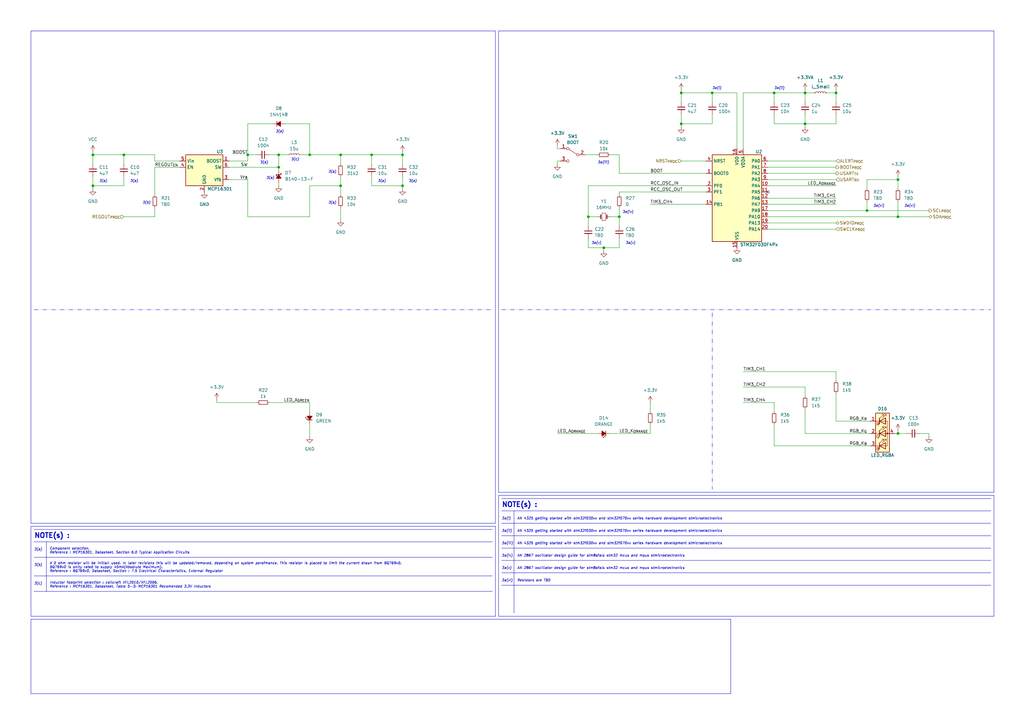
<source format=kicad_sch>
(kicad_sch (version 20230121) (generator eeschema)

  (uuid b5fe0cc0-ea90-4e30-84a0-aa9ce92e27c0)

  (paper "A3")

  (title_block
    (title "Vulkan Minotaur")
    (date "2023-11-12")
    (rev "A")
    (company "Open Software Release")
    (comment 1 "Author : OBI-01")
    (comment 2 "Release Mod : Development")
    (comment 3 "Release License : TBD")
    (comment 4 "Release Type : Open Source")
    (comment 5 "Version Controlled : YES")
  )

  (lib_symbols
    (symbol "Device:C_Small" (pin_numbers hide) (pin_names (offset 0.254) hide) (in_bom yes) (on_board yes)
      (property "Reference" "C" (at 0.254 1.778 0)
        (effects (font (size 1.27 1.27)) (justify left))
      )
      (property "Value" "C_Small" (at 0.254 -2.032 0)
        (effects (font (size 1.27 1.27)) (justify left))
      )
      (property "Footprint" "" (at 0 0 0)
        (effects (font (size 1.27 1.27)) hide)
      )
      (property "Datasheet" "~" (at 0 0 0)
        (effects (font (size 1.27 1.27)) hide)
      )
      (property "ki_keywords" "capacitor cap" (at 0 0 0)
        (effects (font (size 1.27 1.27)) hide)
      )
      (property "ki_description" "Unpolarized capacitor, small symbol" (at 0 0 0)
        (effects (font (size 1.27 1.27)) hide)
      )
      (property "ki_fp_filters" "C_*" (at 0 0 0)
        (effects (font (size 1.27 1.27)) hide)
      )
      (symbol "C_Small_0_1"
        (polyline
          (pts
            (xy -1.524 -0.508)
            (xy 1.524 -0.508)
          )
          (stroke (width 0.3302) (type default))
          (fill (type none))
        )
        (polyline
          (pts
            (xy -1.524 0.508)
            (xy 1.524 0.508)
          )
          (stroke (width 0.3048) (type default))
          (fill (type none))
        )
      )
      (symbol "C_Small_1_1"
        (pin passive line (at 0 2.54 270) (length 2.032)
          (name "~" (effects (font (size 1.27 1.27))))
          (number "1" (effects (font (size 1.27 1.27))))
        )
        (pin passive line (at 0 -2.54 90) (length 2.032)
          (name "~" (effects (font (size 1.27 1.27))))
          (number "2" (effects (font (size 1.27 1.27))))
        )
      )
    )
    (symbol "Device:Crystal_Small" (pin_numbers hide) (pin_names (offset 1.016) hide) (in_bom yes) (on_board yes)
      (property "Reference" "Y" (at 0 2.54 0)
        (effects (font (size 1.27 1.27)))
      )
      (property "Value" "Crystal_Small" (at 0 -2.54 0)
        (effects (font (size 1.27 1.27)))
      )
      (property "Footprint" "" (at 0 0 0)
        (effects (font (size 1.27 1.27)) hide)
      )
      (property "Datasheet" "~" (at 0 0 0)
        (effects (font (size 1.27 1.27)) hide)
      )
      (property "ki_keywords" "quartz ceramic resonator oscillator" (at 0 0 0)
        (effects (font (size 1.27 1.27)) hide)
      )
      (property "ki_description" "Two pin crystal, small symbol" (at 0 0 0)
        (effects (font (size 1.27 1.27)) hide)
      )
      (property "ki_fp_filters" "Crystal*" (at 0 0 0)
        (effects (font (size 1.27 1.27)) hide)
      )
      (symbol "Crystal_Small_0_1"
        (rectangle (start -0.762 -1.524) (end 0.762 1.524)
          (stroke (width 0) (type default))
          (fill (type none))
        )
        (polyline
          (pts
            (xy -1.27 -0.762)
            (xy -1.27 0.762)
          )
          (stroke (width 0.381) (type default))
          (fill (type none))
        )
        (polyline
          (pts
            (xy 1.27 -0.762)
            (xy 1.27 0.762)
          )
          (stroke (width 0.381) (type default))
          (fill (type none))
        )
      )
      (symbol "Crystal_Small_1_1"
        (pin passive line (at -2.54 0 0) (length 1.27)
          (name "1" (effects (font (size 1.27 1.27))))
          (number "1" (effects (font (size 1.27 1.27))))
        )
        (pin passive line (at 2.54 0 180) (length 1.27)
          (name "2" (effects (font (size 1.27 1.27))))
          (number "2" (effects (font (size 1.27 1.27))))
        )
      )
    )
    (symbol "Device:D_Schottky_Small_Filled" (pin_numbers hide) (pin_names (offset 0.254) hide) (in_bom yes) (on_board yes)
      (property "Reference" "D" (at -1.27 2.032 0)
        (effects (font (size 1.27 1.27)) (justify left))
      )
      (property "Value" "D_Schottky_Small_Filled" (at -7.112 -2.032 0)
        (effects (font (size 1.27 1.27)) (justify left))
      )
      (property "Footprint" "" (at 0 0 90)
        (effects (font (size 1.27 1.27)) hide)
      )
      (property "Datasheet" "~" (at 0 0 90)
        (effects (font (size 1.27 1.27)) hide)
      )
      (property "ki_keywords" "diode Schottky" (at 0 0 0)
        (effects (font (size 1.27 1.27)) hide)
      )
      (property "ki_description" "Schottky diode, small symbol, filled shape" (at 0 0 0)
        (effects (font (size 1.27 1.27)) hide)
      )
      (property "ki_fp_filters" "TO-???* *_Diode_* *SingleDiode* D_*" (at 0 0 0)
        (effects (font (size 1.27 1.27)) hide)
      )
      (symbol "D_Schottky_Small_Filled_0_1"
        (polyline
          (pts
            (xy -0.762 0)
            (xy 0.762 0)
          )
          (stroke (width 0) (type default))
          (fill (type none))
        )
        (polyline
          (pts
            (xy 0.762 -1.016)
            (xy -0.762 0)
            (xy 0.762 1.016)
            (xy 0.762 -1.016)
          )
          (stroke (width 0.254) (type default))
          (fill (type outline))
        )
        (polyline
          (pts
            (xy -1.27 0.762)
            (xy -1.27 1.016)
            (xy -0.762 1.016)
            (xy -0.762 -1.016)
            (xy -0.254 -1.016)
            (xy -0.254 -0.762)
          )
          (stroke (width 0.254) (type default))
          (fill (type none))
        )
      )
      (symbol "D_Schottky_Small_Filled_1_1"
        (pin passive line (at -2.54 0 0) (length 1.778)
          (name "K" (effects (font (size 1.27 1.27))))
          (number "1" (effects (font (size 1.27 1.27))))
        )
        (pin passive line (at 2.54 0 180) (length 1.778)
          (name "A" (effects (font (size 1.27 1.27))))
          (number "2" (effects (font (size 1.27 1.27))))
        )
      )
    )
    (symbol "Device:D_Small_Filled" (pin_numbers hide) (pin_names (offset 0.254) hide) (in_bom yes) (on_board yes)
      (property "Reference" "D" (at -1.27 2.032 0)
        (effects (font (size 1.27 1.27)) (justify left))
      )
      (property "Value" "D_Small_Filled" (at -3.81 -2.032 0)
        (effects (font (size 1.27 1.27)) (justify left))
      )
      (property "Footprint" "" (at 0 0 90)
        (effects (font (size 1.27 1.27)) hide)
      )
      (property "Datasheet" "~" (at 0 0 90)
        (effects (font (size 1.27 1.27)) hide)
      )
      (property "Sim.Device" "D" (at 0 0 0)
        (effects (font (size 1.27 1.27)) hide)
      )
      (property "Sim.Pins" "1=K 2=A" (at 0 0 0)
        (effects (font (size 1.27 1.27)) hide)
      )
      (property "ki_keywords" "diode" (at 0 0 0)
        (effects (font (size 1.27 1.27)) hide)
      )
      (property "ki_description" "Diode, small symbol, filled shape" (at 0 0 0)
        (effects (font (size 1.27 1.27)) hide)
      )
      (property "ki_fp_filters" "TO-???* *_Diode_* *SingleDiode* D_*" (at 0 0 0)
        (effects (font (size 1.27 1.27)) hide)
      )
      (symbol "D_Small_Filled_0_1"
        (polyline
          (pts
            (xy -0.762 -1.016)
            (xy -0.762 1.016)
          )
          (stroke (width 0.254) (type default))
          (fill (type none))
        )
        (polyline
          (pts
            (xy -0.762 0)
            (xy 0.762 0)
          )
          (stroke (width 0) (type default))
          (fill (type none))
        )
        (polyline
          (pts
            (xy 0.762 -1.016)
            (xy -0.762 0)
            (xy 0.762 1.016)
            (xy 0.762 -1.016)
          )
          (stroke (width 0.254) (type default))
          (fill (type outline))
        )
      )
      (symbol "D_Small_Filled_1_1"
        (pin passive line (at -2.54 0 0) (length 1.778)
          (name "K" (effects (font (size 1.27 1.27))))
          (number "1" (effects (font (size 1.27 1.27))))
        )
        (pin passive line (at 2.54 0 180) (length 1.778)
          (name "A" (effects (font (size 1.27 1.27))))
          (number "2" (effects (font (size 1.27 1.27))))
        )
      )
    )
    (symbol "Device:LED_RGBA" (pin_names (offset 0) hide) (in_bom yes) (on_board yes)
      (property "Reference" "D" (at 0 9.398 0)
        (effects (font (size 1.27 1.27)))
      )
      (property "Value" "LED_RGBA" (at 0 -8.89 0)
        (effects (font (size 1.27 1.27)))
      )
      (property "Footprint" "" (at 0 -1.27 0)
        (effects (font (size 1.27 1.27)) hide)
      )
      (property "Datasheet" "~" (at 0 -1.27 0)
        (effects (font (size 1.27 1.27)) hide)
      )
      (property "ki_keywords" "LED RGB diode" (at 0 0 0)
        (effects (font (size 1.27 1.27)) hide)
      )
      (property "ki_description" "RGB LED, red/green/blue/anode" (at 0 0 0)
        (effects (font (size 1.27 1.27)) hide)
      )
      (property "ki_fp_filters" "LED* LED_SMD:* LED_THT:*" (at 0 0 0)
        (effects (font (size 1.27 1.27)) hide)
      )
      (symbol "LED_RGBA_0_0"
        (text "B" (at -1.905 -6.35 0)
          (effects (font (size 1.27 1.27)))
        )
        (text "G" (at -1.905 -1.27 0)
          (effects (font (size 1.27 1.27)))
        )
        (text "R" (at -1.905 3.81 0)
          (effects (font (size 1.27 1.27)))
        )
      )
      (symbol "LED_RGBA_0_1"
        (polyline
          (pts
            (xy -1.27 -5.08)
            (xy -2.54 -5.08)
          )
          (stroke (width 0) (type default))
          (fill (type none))
        )
        (polyline
          (pts
            (xy -1.27 -5.08)
            (xy 1.27 -5.08)
          )
          (stroke (width 0) (type default))
          (fill (type none))
        )
        (polyline
          (pts
            (xy -1.27 -3.81)
            (xy -1.27 -6.35)
          )
          (stroke (width 0.254) (type default))
          (fill (type none))
        )
        (polyline
          (pts
            (xy -1.27 0)
            (xy -2.54 0)
          )
          (stroke (width 0) (type default))
          (fill (type none))
        )
        (polyline
          (pts
            (xy -1.27 1.27)
            (xy -1.27 -1.27)
          )
          (stroke (width 0.254) (type default))
          (fill (type none))
        )
        (polyline
          (pts
            (xy -1.27 5.08)
            (xy -2.54 5.08)
          )
          (stroke (width 0) (type default))
          (fill (type none))
        )
        (polyline
          (pts
            (xy -1.27 5.08)
            (xy 1.27 5.08)
          )
          (stroke (width 0) (type default))
          (fill (type none))
        )
        (polyline
          (pts
            (xy -1.27 6.35)
            (xy -1.27 3.81)
          )
          (stroke (width 0.254) (type default))
          (fill (type none))
        )
        (polyline
          (pts
            (xy 1.27 0)
            (xy -1.27 0)
          )
          (stroke (width 0) (type default))
          (fill (type none))
        )
        (polyline
          (pts
            (xy 1.27 0)
            (xy 2.54 0)
          )
          (stroke (width 0) (type default))
          (fill (type none))
        )
        (polyline
          (pts
            (xy -1.27 1.27)
            (xy -1.27 -1.27)
            (xy -1.27 -1.27)
          )
          (stroke (width 0) (type default))
          (fill (type none))
        )
        (polyline
          (pts
            (xy -1.27 6.35)
            (xy -1.27 3.81)
            (xy -1.27 3.81)
          )
          (stroke (width 0) (type default))
          (fill (type none))
        )
        (polyline
          (pts
            (xy 1.27 -5.08)
            (xy 2.032 -5.08)
            (xy 2.032 5.08)
            (xy 1.27 5.08)
          )
          (stroke (width 0) (type default))
          (fill (type none))
        )
        (polyline
          (pts
            (xy 1.27 -3.81)
            (xy 1.27 -6.35)
            (xy -1.27 -5.08)
            (xy 1.27 -3.81)
          )
          (stroke (width 0.254) (type default))
          (fill (type none))
        )
        (polyline
          (pts
            (xy 1.27 1.27)
            (xy 1.27 -1.27)
            (xy -1.27 0)
            (xy 1.27 1.27)
          )
          (stroke (width 0.254) (type default))
          (fill (type none))
        )
        (polyline
          (pts
            (xy 1.27 6.35)
            (xy 1.27 3.81)
            (xy -1.27 5.08)
            (xy 1.27 6.35)
          )
          (stroke (width 0.254) (type default))
          (fill (type none))
        )
        (polyline
          (pts
            (xy -1.016 -3.81)
            (xy 0.508 -2.286)
            (xy -0.254 -2.286)
            (xy 0.508 -2.286)
            (xy 0.508 -3.048)
          )
          (stroke (width 0) (type default))
          (fill (type none))
        )
        (polyline
          (pts
            (xy -1.016 1.27)
            (xy 0.508 2.794)
            (xy -0.254 2.794)
            (xy 0.508 2.794)
            (xy 0.508 2.032)
          )
          (stroke (width 0) (type default))
          (fill (type none))
        )
        (polyline
          (pts
            (xy -1.016 6.35)
            (xy 0.508 7.874)
            (xy -0.254 7.874)
            (xy 0.508 7.874)
            (xy 0.508 7.112)
          )
          (stroke (width 0) (type default))
          (fill (type none))
        )
        (polyline
          (pts
            (xy 0 -3.81)
            (xy 1.524 -2.286)
            (xy 0.762 -2.286)
            (xy 1.524 -2.286)
            (xy 1.524 -3.048)
          )
          (stroke (width 0) (type default))
          (fill (type none))
        )
        (polyline
          (pts
            (xy 0 1.27)
            (xy 1.524 2.794)
            (xy 0.762 2.794)
            (xy 1.524 2.794)
            (xy 1.524 2.032)
          )
          (stroke (width 0) (type default))
          (fill (type none))
        )
        (polyline
          (pts
            (xy 0 6.35)
            (xy 1.524 7.874)
            (xy 0.762 7.874)
            (xy 1.524 7.874)
            (xy 1.524 7.112)
          )
          (stroke (width 0) (type default))
          (fill (type none))
        )
        (rectangle (start 1.27 -1.27) (end 1.27 1.27)
          (stroke (width 0) (type default))
          (fill (type none))
        )
        (rectangle (start 1.27 1.27) (end 1.27 1.27)
          (stroke (width 0) (type default))
          (fill (type none))
        )
        (rectangle (start 1.27 3.81) (end 1.27 6.35)
          (stroke (width 0) (type default))
          (fill (type none))
        )
        (rectangle (start 1.27 6.35) (end 1.27 6.35)
          (stroke (width 0) (type default))
          (fill (type none))
        )
        (circle (center 2.032 0) (radius 0.254)
          (stroke (width 0) (type default))
          (fill (type outline))
        )
        (rectangle (start 2.794 8.382) (end -2.794 -7.62)
          (stroke (width 0.254) (type default))
          (fill (type background))
        )
      )
      (symbol "LED_RGBA_1_1"
        (pin passive line (at -5.08 5.08 0) (length 2.54)
          (name "RK" (effects (font (size 1.27 1.27))))
          (number "1" (effects (font (size 1.27 1.27))))
        )
        (pin passive line (at -5.08 0 0) (length 2.54)
          (name "GK" (effects (font (size 1.27 1.27))))
          (number "2" (effects (font (size 1.27 1.27))))
        )
        (pin passive line (at -5.08 -5.08 0) (length 2.54)
          (name "BK" (effects (font (size 1.27 1.27))))
          (number "3" (effects (font (size 1.27 1.27))))
        )
        (pin passive line (at 5.08 0 180) (length 2.54)
          (name "A" (effects (font (size 1.27 1.27))))
          (number "4" (effects (font (size 1.27 1.27))))
        )
      )
    )
    (symbol "Device:LED_Small_Filled" (pin_numbers hide) (pin_names (offset 0.254) hide) (in_bom yes) (on_board yes)
      (property "Reference" "D" (at -1.27 3.175 0)
        (effects (font (size 1.27 1.27)) (justify left))
      )
      (property "Value" "LED_Small_Filled" (at -4.445 -2.54 0)
        (effects (font (size 1.27 1.27)) (justify left))
      )
      (property "Footprint" "" (at 0 0 90)
        (effects (font (size 1.27 1.27)) hide)
      )
      (property "Datasheet" "~" (at 0 0 90)
        (effects (font (size 1.27 1.27)) hide)
      )
      (property "ki_keywords" "LED diode light-emitting-diode" (at 0 0 0)
        (effects (font (size 1.27 1.27)) hide)
      )
      (property "ki_description" "Light emitting diode, small symbol, filled shape" (at 0 0 0)
        (effects (font (size 1.27 1.27)) hide)
      )
      (property "ki_fp_filters" "LED* LED_SMD:* LED_THT:*" (at 0 0 0)
        (effects (font (size 1.27 1.27)) hide)
      )
      (symbol "LED_Small_Filled_0_1"
        (polyline
          (pts
            (xy -0.762 -1.016)
            (xy -0.762 1.016)
          )
          (stroke (width 0.254) (type default))
          (fill (type none))
        )
        (polyline
          (pts
            (xy 1.016 0)
            (xy -0.762 0)
          )
          (stroke (width 0) (type default))
          (fill (type none))
        )
        (polyline
          (pts
            (xy 0.762 -1.016)
            (xy -0.762 0)
            (xy 0.762 1.016)
            (xy 0.762 -1.016)
          )
          (stroke (width 0.254) (type default))
          (fill (type outline))
        )
        (polyline
          (pts
            (xy 0 0.762)
            (xy -0.508 1.27)
            (xy -0.254 1.27)
            (xy -0.508 1.27)
            (xy -0.508 1.016)
          )
          (stroke (width 0) (type default))
          (fill (type none))
        )
        (polyline
          (pts
            (xy 0.508 1.27)
            (xy 0 1.778)
            (xy 0.254 1.778)
            (xy 0 1.778)
            (xy 0 1.524)
          )
          (stroke (width 0) (type default))
          (fill (type none))
        )
      )
      (symbol "LED_Small_Filled_1_1"
        (pin passive line (at -2.54 0 0) (length 1.778)
          (name "K" (effects (font (size 1.27 1.27))))
          (number "1" (effects (font (size 1.27 1.27))))
        )
        (pin passive line (at 2.54 0 180) (length 1.778)
          (name "A" (effects (font (size 1.27 1.27))))
          (number "2" (effects (font (size 1.27 1.27))))
        )
      )
    )
    (symbol "Device:L_Small" (pin_numbers hide) (pin_names (offset 0.254) hide) (in_bom yes) (on_board yes)
      (property "Reference" "L" (at 0.762 1.016 0)
        (effects (font (size 1.27 1.27)) (justify left))
      )
      (property "Value" "L_Small" (at 0.762 -1.016 0)
        (effects (font (size 1.27 1.27)) (justify left))
      )
      (property "Footprint" "" (at 0 0 0)
        (effects (font (size 1.27 1.27)) hide)
      )
      (property "Datasheet" "~" (at 0 0 0)
        (effects (font (size 1.27 1.27)) hide)
      )
      (property "ki_keywords" "inductor choke coil reactor magnetic" (at 0 0 0)
        (effects (font (size 1.27 1.27)) hide)
      )
      (property "ki_description" "Inductor, small symbol" (at 0 0 0)
        (effects (font (size 1.27 1.27)) hide)
      )
      (property "ki_fp_filters" "Choke_* *Coil* Inductor_* L_*" (at 0 0 0)
        (effects (font (size 1.27 1.27)) hide)
      )
      (symbol "L_Small_0_1"
        (arc (start 0 -2.032) (mid 0.5058 -1.524) (end 0 -1.016)
          (stroke (width 0) (type default))
          (fill (type none))
        )
        (arc (start 0 -1.016) (mid 0.5058 -0.508) (end 0 0)
          (stroke (width 0) (type default))
          (fill (type none))
        )
        (arc (start 0 0) (mid 0.5058 0.508) (end 0 1.016)
          (stroke (width 0) (type default))
          (fill (type none))
        )
        (arc (start 0 1.016) (mid 0.5058 1.524) (end 0 2.032)
          (stroke (width 0) (type default))
          (fill (type none))
        )
      )
      (symbol "L_Small_1_1"
        (pin passive line (at 0 2.54 270) (length 0.508)
          (name "~" (effects (font (size 1.27 1.27))))
          (number "1" (effects (font (size 1.27 1.27))))
        )
        (pin passive line (at 0 -2.54 90) (length 0.508)
          (name "~" (effects (font (size 1.27 1.27))))
          (number "2" (effects (font (size 1.27 1.27))))
        )
      )
    )
    (symbol "Device:R_Small" (pin_numbers hide) (pin_names (offset 0.254) hide) (in_bom yes) (on_board yes)
      (property "Reference" "R" (at 0.762 0.508 0)
        (effects (font (size 1.27 1.27)) (justify left))
      )
      (property "Value" "R_Small" (at 0.762 -1.016 0)
        (effects (font (size 1.27 1.27)) (justify left))
      )
      (property "Footprint" "" (at 0 0 0)
        (effects (font (size 1.27 1.27)) hide)
      )
      (property "Datasheet" "~" (at 0 0 0)
        (effects (font (size 1.27 1.27)) hide)
      )
      (property "ki_keywords" "R resistor" (at 0 0 0)
        (effects (font (size 1.27 1.27)) hide)
      )
      (property "ki_description" "Resistor, small symbol" (at 0 0 0)
        (effects (font (size 1.27 1.27)) hide)
      )
      (property "ki_fp_filters" "R_*" (at 0 0 0)
        (effects (font (size 1.27 1.27)) hide)
      )
      (symbol "R_Small_0_1"
        (rectangle (start -0.762 1.778) (end 0.762 -1.778)
          (stroke (width 0.2032) (type default))
          (fill (type none))
        )
      )
      (symbol "R_Small_1_1"
        (pin passive line (at 0 2.54 270) (length 0.762)
          (name "~" (effects (font (size 1.27 1.27))))
          (number "1" (effects (font (size 1.27 1.27))))
        )
        (pin passive line (at 0 -2.54 90) (length 0.762)
          (name "~" (effects (font (size 1.27 1.27))))
          (number "2" (effects (font (size 1.27 1.27))))
        )
      )
    )
    (symbol "MCU_ST_STM32F0:STM32F030F4Px" (in_bom yes) (on_board yes)
      (property "Reference" "U" (at -10.16 19.05 0)
        (effects (font (size 1.27 1.27)) (justify left))
      )
      (property "Value" "STM32F030F4Px" (at 5.08 19.05 0)
        (effects (font (size 1.27 1.27)) (justify left))
      )
      (property "Footprint" "Package_SO:TSSOP-20_4.4x6.5mm_P0.65mm" (at -10.16 -17.78 0)
        (effects (font (size 1.27 1.27)) (justify right) hide)
      )
      (property "Datasheet" "https://www.st.com/resource/en/datasheet/stm32f030f4.pdf" (at 0 0 0)
        (effects (font (size 1.27 1.27)) hide)
      )
      (property "ki_locked" "" (at 0 0 0)
        (effects (font (size 1.27 1.27)))
      )
      (property "ki_keywords" "Arm Cortex-M0 STM32F0 STM32F0x0 Value Line" (at 0 0 0)
        (effects (font (size 1.27 1.27)) hide)
      )
      (property "ki_description" "STMicroelectronics Arm Cortex-M0 MCU, 16KB flash, 4KB RAM, 48 MHz, 2.4-3.6V, 15 GPIO, TSSOP20" (at 0 0 0)
        (effects (font (size 1.27 1.27)) hide)
      )
      (property "ki_fp_filters" "TSSOP*4.4x6.5mm*P0.65mm*" (at 0 0 0)
        (effects (font (size 1.27 1.27)) hide)
      )
      (symbol "STM32F030F4Px_0_1"
        (rectangle (start -10.16 -17.78) (end 10.16 17.78)
          (stroke (width 0.254) (type default))
          (fill (type background))
        )
      )
      (symbol "STM32F030F4Px_1_1"
        (pin input line (at -12.7 10.16 0) (length 2.54)
          (name "BOOT0" (effects (font (size 1.27 1.27))))
          (number "1" (effects (font (size 1.27 1.27))))
        )
        (pin bidirectional line (at 12.7 5.08 180) (length 2.54)
          (name "PA4" (effects (font (size 1.27 1.27))))
          (number "10" (effects (font (size 1.27 1.27))))
          (alternate "ADC_IN4" bidirectional line)
          (alternate "SPI1_NSS" bidirectional line)
          (alternate "TIM14_CH1" bidirectional line)
          (alternate "USART1_CK" bidirectional line)
        )
        (pin bidirectional line (at 12.7 2.54 180) (length 2.54)
          (name "PA5" (effects (font (size 1.27 1.27))))
          (number "11" (effects (font (size 1.27 1.27))))
          (alternate "ADC_IN5" bidirectional line)
          (alternate "SPI1_SCK" bidirectional line)
        )
        (pin bidirectional line (at 12.7 0 180) (length 2.54)
          (name "PA6" (effects (font (size 1.27 1.27))))
          (number "12" (effects (font (size 1.27 1.27))))
          (alternate "ADC_IN6" bidirectional line)
          (alternate "SPI1_MISO" bidirectional line)
          (alternate "TIM16_CH1" bidirectional line)
          (alternate "TIM1_BKIN" bidirectional line)
          (alternate "TIM3_CH1" bidirectional line)
        )
        (pin bidirectional line (at 12.7 -2.54 180) (length 2.54)
          (name "PA7" (effects (font (size 1.27 1.27))))
          (number "13" (effects (font (size 1.27 1.27))))
          (alternate "ADC_IN7" bidirectional line)
          (alternate "SPI1_MOSI" bidirectional line)
          (alternate "TIM14_CH1" bidirectional line)
          (alternate "TIM17_CH1" bidirectional line)
          (alternate "TIM1_CH1N" bidirectional line)
          (alternate "TIM3_CH2" bidirectional line)
        )
        (pin bidirectional line (at -12.7 -2.54 0) (length 2.54)
          (name "PB1" (effects (font (size 1.27 1.27))))
          (number "14" (effects (font (size 1.27 1.27))))
          (alternate "ADC_IN9" bidirectional line)
          (alternate "TIM14_CH1" bidirectional line)
          (alternate "TIM1_CH3N" bidirectional line)
          (alternate "TIM3_CH4" bidirectional line)
        )
        (pin power_in line (at 0 -20.32 90) (length 2.54)
          (name "VSS" (effects (font (size 1.27 1.27))))
          (number "15" (effects (font (size 1.27 1.27))))
        )
        (pin power_in line (at 0 20.32 270) (length 2.54)
          (name "VDD" (effects (font (size 1.27 1.27))))
          (number "16" (effects (font (size 1.27 1.27))))
        )
        (pin bidirectional line (at 12.7 -5.08 180) (length 2.54)
          (name "PA9" (effects (font (size 1.27 1.27))))
          (number "17" (effects (font (size 1.27 1.27))))
          (alternate "I2C1_SCL" bidirectional line)
          (alternate "TIM1_CH2" bidirectional line)
          (alternate "USART1_TX" bidirectional line)
        )
        (pin bidirectional line (at 12.7 -7.62 180) (length 2.54)
          (name "PA10" (effects (font (size 1.27 1.27))))
          (number "18" (effects (font (size 1.27 1.27))))
          (alternate "I2C1_SDA" bidirectional line)
          (alternate "TIM17_BKIN" bidirectional line)
          (alternate "TIM1_CH3" bidirectional line)
          (alternate "USART1_RX" bidirectional line)
        )
        (pin bidirectional line (at 12.7 -10.16 180) (length 2.54)
          (name "PA13" (effects (font (size 1.27 1.27))))
          (number "19" (effects (font (size 1.27 1.27))))
          (alternate "IR_OUT" bidirectional line)
          (alternate "SYS_SWDIO" bidirectional line)
        )
        (pin bidirectional line (at -12.7 5.08 0) (length 2.54)
          (name "PF0" (effects (font (size 1.27 1.27))))
          (number "2" (effects (font (size 1.27 1.27))))
          (alternate "RCC_OSC_IN" bidirectional line)
        )
        (pin bidirectional line (at 12.7 -12.7 180) (length 2.54)
          (name "PA14" (effects (font (size 1.27 1.27))))
          (number "20" (effects (font (size 1.27 1.27))))
          (alternate "SYS_SWCLK" bidirectional line)
          (alternate "USART1_TX" bidirectional line)
        )
        (pin bidirectional line (at -12.7 2.54 0) (length 2.54)
          (name "PF1" (effects (font (size 1.27 1.27))))
          (number "3" (effects (font (size 1.27 1.27))))
          (alternate "RCC_OSC_OUT" bidirectional line)
        )
        (pin input line (at -12.7 15.24 0) (length 2.54)
          (name "NRST" (effects (font (size 1.27 1.27))))
          (number "4" (effects (font (size 1.27 1.27))))
        )
        (pin power_in line (at 2.54 20.32 270) (length 2.54)
          (name "VDDA" (effects (font (size 1.27 1.27))))
          (number "5" (effects (font (size 1.27 1.27))))
        )
        (pin bidirectional line (at 12.7 15.24 180) (length 2.54)
          (name "PA0" (effects (font (size 1.27 1.27))))
          (number "6" (effects (font (size 1.27 1.27))))
          (alternate "ADC_IN0" bidirectional line)
          (alternate "RTC_TAMP2" bidirectional line)
          (alternate "SYS_WKUP1" bidirectional line)
          (alternate "USART1_CTS" bidirectional line)
        )
        (pin bidirectional line (at 12.7 12.7 180) (length 2.54)
          (name "PA1" (effects (font (size 1.27 1.27))))
          (number "7" (effects (font (size 1.27 1.27))))
          (alternate "ADC_IN1" bidirectional line)
          (alternate "USART1_DE" bidirectional line)
          (alternate "USART1_RTS" bidirectional line)
        )
        (pin bidirectional line (at 12.7 10.16 180) (length 2.54)
          (name "PA2" (effects (font (size 1.27 1.27))))
          (number "8" (effects (font (size 1.27 1.27))))
          (alternate "ADC_IN2" bidirectional line)
          (alternate "USART1_TX" bidirectional line)
        )
        (pin bidirectional line (at 12.7 7.62 180) (length 2.54)
          (name "PA3" (effects (font (size 1.27 1.27))))
          (number "9" (effects (font (size 1.27 1.27))))
          (alternate "ADC_IN3" bidirectional line)
          (alternate "USART1_RX" bidirectional line)
        )
      )
    )
    (symbol "Regulator_Switching:MCP16301" (in_bom yes) (on_board yes)
      (property "Reference" "U" (at -7.62 6.35 0)
        (effects (font (size 1.27 1.27)) (justify left))
      )
      (property "Value" "MCP16301" (at 0 6.35 0)
        (effects (font (size 1.27 1.27)) (justify left))
      )
      (property "Footprint" "Package_TO_SOT_SMD:SOT-23-6" (at 1.27 -8.89 0)
        (effects (font (size 1.27 1.27)) (justify left) hide)
      )
      (property "Datasheet" "http://ww1.microchip.com/downloads/en/DeviceDoc/20005004D.pdf" (at -7.62 8.89 0)
        (effects (font (size 1.27 1.27)) hide)
      )
      (property "ki_keywords" "switching buck converter power-supply voltage regulator" (at 0 0 0)
        (effects (font (size 1.27 1.27)) hide)
      )
      (property "ki_description" "1A, 4.0 to 30V Input, High Voltage Input integrated switch step-down regulator, SOT-23-6" (at 0 0 0)
        (effects (font (size 1.27 1.27)) hide)
      )
      (property "ki_fp_filters" "SOT?23*" (at 0 0 0)
        (effects (font (size 1.27 1.27)) hide)
      )
      (symbol "MCP16301_0_1"
        (rectangle (start -7.62 5.08) (end 7.62 -7.62)
          (stroke (width 0.254) (type default))
          (fill (type background))
        )
      )
      (symbol "MCP16301_1_1"
        (pin output line (at 10.16 2.54 180) (length 2.54)
          (name "BOOST" (effects (font (size 1.27 1.27))))
          (number "1" (effects (font (size 1.27 1.27))))
        )
        (pin power_in line (at 0 -10.16 90) (length 2.54)
          (name "GND" (effects (font (size 1.27 1.27))))
          (number "2" (effects (font (size 1.27 1.27))))
        )
        (pin input line (at 10.16 -5.08 180) (length 2.54)
          (name "Vfb" (effects (font (size 1.27 1.27))))
          (number "3" (effects (font (size 1.27 1.27))))
        )
        (pin input line (at -10.16 0 0) (length 2.54)
          (name "EN" (effects (font (size 1.27 1.27))))
          (number "4" (effects (font (size 1.27 1.27))))
        )
        (pin power_in line (at -10.16 2.54 0) (length 2.54)
          (name "Vin" (effects (font (size 1.27 1.27))))
          (number "5" (effects (font (size 1.27 1.27))))
        )
        (pin output line (at 10.16 0 180) (length 2.54)
          (name "SW" (effects (font (size 1.27 1.27))))
          (number "6" (effects (font (size 1.27 1.27))))
        )
      )
    )
    (symbol "Switch:SW_SPDT" (pin_names (offset 0) hide) (in_bom yes) (on_board yes)
      (property "Reference" "SW" (at 0 4.318 0)
        (effects (font (size 1.27 1.27)))
      )
      (property "Value" "SW_SPDT" (at 0 -5.08 0)
        (effects (font (size 1.27 1.27)))
      )
      (property "Footprint" "" (at 0 0 0)
        (effects (font (size 1.27 1.27)) hide)
      )
      (property "Datasheet" "~" (at 0 0 0)
        (effects (font (size 1.27 1.27)) hide)
      )
      (property "ki_keywords" "switch single-pole double-throw spdt ON-ON" (at 0 0 0)
        (effects (font (size 1.27 1.27)) hide)
      )
      (property "ki_description" "Switch, single pole double throw" (at 0 0 0)
        (effects (font (size 1.27 1.27)) hide)
      )
      (symbol "SW_SPDT_0_0"
        (circle (center -2.032 0) (radius 0.508)
          (stroke (width 0) (type default))
          (fill (type none))
        )
        (circle (center 2.032 -2.54) (radius 0.508)
          (stroke (width 0) (type default))
          (fill (type none))
        )
      )
      (symbol "SW_SPDT_0_1"
        (polyline
          (pts
            (xy -1.524 0.254)
            (xy 1.651 2.286)
          )
          (stroke (width 0) (type default))
          (fill (type none))
        )
        (circle (center 2.032 2.54) (radius 0.508)
          (stroke (width 0) (type default))
          (fill (type none))
        )
      )
      (symbol "SW_SPDT_1_1"
        (pin passive line (at 5.08 2.54 180) (length 2.54)
          (name "A" (effects (font (size 1.27 1.27))))
          (number "1" (effects (font (size 1.27 1.27))))
        )
        (pin passive line (at -5.08 0 0) (length 2.54)
          (name "B" (effects (font (size 1.27 1.27))))
          (number "2" (effects (font (size 1.27 1.27))))
        )
        (pin passive line (at 5.08 -2.54 180) (length 2.54)
          (name "C" (effects (font (size 1.27 1.27))))
          (number "3" (effects (font (size 1.27 1.27))))
        )
      )
    )
    (symbol "power:+3.3V" (power) (pin_names (offset 0)) (in_bom yes) (on_board yes)
      (property "Reference" "#PWR" (at 0 -3.81 0)
        (effects (font (size 1.27 1.27)) hide)
      )
      (property "Value" "+3.3V" (at 0 3.556 0)
        (effects (font (size 1.27 1.27)))
      )
      (property "Footprint" "" (at 0 0 0)
        (effects (font (size 1.27 1.27)) hide)
      )
      (property "Datasheet" "" (at 0 0 0)
        (effects (font (size 1.27 1.27)) hide)
      )
      (property "ki_keywords" "global power" (at 0 0 0)
        (effects (font (size 1.27 1.27)) hide)
      )
      (property "ki_description" "Power symbol creates a global label with name \"+3.3V\"" (at 0 0 0)
        (effects (font (size 1.27 1.27)) hide)
      )
      (symbol "+3.3V_0_1"
        (polyline
          (pts
            (xy -0.762 1.27)
            (xy 0 2.54)
          )
          (stroke (width 0) (type default))
          (fill (type none))
        )
        (polyline
          (pts
            (xy 0 0)
            (xy 0 2.54)
          )
          (stroke (width 0) (type default))
          (fill (type none))
        )
        (polyline
          (pts
            (xy 0 2.54)
            (xy 0.762 1.27)
          )
          (stroke (width 0) (type default))
          (fill (type none))
        )
      )
      (symbol "+3.3V_1_1"
        (pin power_in line (at 0 0 90) (length 0) hide
          (name "+3.3V" (effects (font (size 1.27 1.27))))
          (number "1" (effects (font (size 1.27 1.27))))
        )
      )
    )
    (symbol "power:+3.3VA" (power) (pin_names (offset 0)) (in_bom yes) (on_board yes)
      (property "Reference" "#PWR" (at 0 -3.81 0)
        (effects (font (size 1.27 1.27)) hide)
      )
      (property "Value" "+3.3VA" (at 0 3.556 0)
        (effects (font (size 1.27 1.27)))
      )
      (property "Footprint" "" (at 0 0 0)
        (effects (font (size 1.27 1.27)) hide)
      )
      (property "Datasheet" "" (at 0 0 0)
        (effects (font (size 1.27 1.27)) hide)
      )
      (property "ki_keywords" "global power" (at 0 0 0)
        (effects (font (size 1.27 1.27)) hide)
      )
      (property "ki_description" "Power symbol creates a global label with name \"+3.3VA\"" (at 0 0 0)
        (effects (font (size 1.27 1.27)) hide)
      )
      (symbol "+3.3VA_0_1"
        (polyline
          (pts
            (xy -0.762 1.27)
            (xy 0 2.54)
          )
          (stroke (width 0) (type default))
          (fill (type none))
        )
        (polyline
          (pts
            (xy 0 0)
            (xy 0 2.54)
          )
          (stroke (width 0) (type default))
          (fill (type none))
        )
        (polyline
          (pts
            (xy 0 2.54)
            (xy 0.762 1.27)
          )
          (stroke (width 0) (type default))
          (fill (type none))
        )
      )
      (symbol "+3.3VA_1_1"
        (pin power_in line (at 0 0 90) (length 0) hide
          (name "+3.3VA" (effects (font (size 1.27 1.27))))
          (number "1" (effects (font (size 1.27 1.27))))
        )
      )
    )
    (symbol "power:GND" (power) (pin_names (offset 0)) (in_bom yes) (on_board yes)
      (property "Reference" "#PWR" (at 0 -6.35 0)
        (effects (font (size 1.27 1.27)) hide)
      )
      (property "Value" "GND" (at 0 -3.81 0)
        (effects (font (size 1.27 1.27)))
      )
      (property "Footprint" "" (at 0 0 0)
        (effects (font (size 1.27 1.27)) hide)
      )
      (property "Datasheet" "" (at 0 0 0)
        (effects (font (size 1.27 1.27)) hide)
      )
      (property "ki_keywords" "global power" (at 0 0 0)
        (effects (font (size 1.27 1.27)) hide)
      )
      (property "ki_description" "Power symbol creates a global label with name \"GND\" , ground" (at 0 0 0)
        (effects (font (size 1.27 1.27)) hide)
      )
      (symbol "GND_0_1"
        (polyline
          (pts
            (xy 0 0)
            (xy 0 -1.27)
            (xy 1.27 -1.27)
            (xy 0 -2.54)
            (xy -1.27 -1.27)
            (xy 0 -1.27)
          )
          (stroke (width 0) (type default))
          (fill (type none))
        )
      )
      (symbol "GND_1_1"
        (pin power_in line (at 0 0 270) (length 0) hide
          (name "GND" (effects (font (size 1.27 1.27))))
          (number "1" (effects (font (size 1.27 1.27))))
        )
      )
    )
    (symbol "power:VCC" (power) (pin_names (offset 0)) (in_bom yes) (on_board yes)
      (property "Reference" "#PWR" (at 0 -3.81 0)
        (effects (font (size 1.27 1.27)) hide)
      )
      (property "Value" "VCC" (at 0 3.81 0)
        (effects (font (size 1.27 1.27)))
      )
      (property "Footprint" "" (at 0 0 0)
        (effects (font (size 1.27 1.27)) hide)
      )
      (property "Datasheet" "" (at 0 0 0)
        (effects (font (size 1.27 1.27)) hide)
      )
      (property "ki_keywords" "global power" (at 0 0 0)
        (effects (font (size 1.27 1.27)) hide)
      )
      (property "ki_description" "Power symbol creates a global label with name \"VCC\"" (at 0 0 0)
        (effects (font (size 1.27 1.27)) hide)
      )
      (symbol "VCC_0_1"
        (polyline
          (pts
            (xy -0.762 1.27)
            (xy 0 2.54)
          )
          (stroke (width 0) (type default))
          (fill (type none))
        )
        (polyline
          (pts
            (xy 0 0)
            (xy 0 2.54)
          )
          (stroke (width 0) (type default))
          (fill (type none))
        )
        (polyline
          (pts
            (xy 0 2.54)
            (xy 0.762 1.27)
          )
          (stroke (width 0) (type default))
          (fill (type none))
        )
      )
      (symbol "VCC_1_1"
        (pin power_in line (at 0 0 90) (length 0) hide
          (name "VCC" (effects (font (size 1.27 1.27))))
          (number "1" (effects (font (size 1.27 1.27))))
        )
      )
    )
  )

  (junction (at 114.3 63.5) (diameter 0) (color 0 0 0 0)
    (uuid 113b08f6-f448-470c-8070-740178981b87)
  )
  (junction (at 101.6 63.5) (diameter 0) (color 0 0 0 0)
    (uuid 16350352-dd4d-430d-837c-b2b26dd25039)
  )
  (junction (at 279.4 50.8) (diameter 0) (color 0 0 0 0)
    (uuid 1f854375-eea9-4bfc-b6b9-b95ccb4d1314)
  )
  (junction (at 127 63.5) (diameter 0) (color 0 0 0 0)
    (uuid 29aa83d4-73dd-47b2-a0e0-c0c2e1cc7c62)
  )
  (junction (at 368.3 177.8) (diameter 0) (color 0 0 0 0)
    (uuid 2cedc8a9-f127-477e-8432-835dc8e86f0b)
  )
  (junction (at 279.4 38.1) (diameter 0) (color 0 0 0 0)
    (uuid 3fd5b127-91a0-46a0-b0b2-e563df90a512)
  )
  (junction (at 165.1 63.5) (diameter 0) (color 0 0 0 0)
    (uuid 4cf2b1cd-c6df-4acc-9834-6cc99bdf4781)
  )
  (junction (at 342.9 38.1) (diameter 0) (color 0 0 0 0)
    (uuid 5327a0e4-8269-453f-97ab-8880655a9543)
  )
  (junction (at 241.3 88.9) (diameter 0) (color 0 0 0 0)
    (uuid 560b69b0-6312-494e-80ed-f51dcf0ffdfa)
  )
  (junction (at 254 88.9) (diameter 0) (color 0 0 0 0)
    (uuid 565b78b8-225a-491c-8c33-545e0793bc59)
  )
  (junction (at 317.5 38.1) (diameter 0) (color 0 0 0 0)
    (uuid 58972f0d-4c0c-4e9f-9400-23f7a5cc3cbf)
  )
  (junction (at 368.3 73.66) (diameter 0) (color 0 0 0 0)
    (uuid 73cda44f-618e-4281-9731-ab22b04ffff6)
  )
  (junction (at 38.1 76.2) (diameter 0) (color 0 0 0 0)
    (uuid 748879f3-5c7b-4806-ab3e-8bbd6fe23510)
  )
  (junction (at 152.4 63.5) (diameter 0) (color 0 0 0 0)
    (uuid 88cc4686-a147-45d2-8889-129492840b83)
  )
  (junction (at 139.7 76.2) (diameter 0) (color 0 0 0 0)
    (uuid 8f556b36-05c8-4534-8697-6d166312d45c)
  )
  (junction (at 292.1 38.1) (diameter 0) (color 0 0 0 0)
    (uuid 96f4d858-4073-4a90-9cd9-2f3185033bae)
  )
  (junction (at 330.2 50.8) (diameter 0) (color 0 0 0 0)
    (uuid 9c88d04b-3d8d-41b9-924d-f1853c696627)
  )
  (junction (at 330.2 38.1) (diameter 0) (color 0 0 0 0)
    (uuid 9d8e02ce-402c-494f-b29e-bf48e898236e)
  )
  (junction (at 247.65 101.6) (diameter 0) (color 0 0 0 0)
    (uuid b03d0c7d-7819-4cd8-9667-0916887d3014)
  )
  (junction (at 50.8 63.5) (diameter 0) (color 0 0 0 0)
    (uuid bbc23d55-4752-412e-af60-dd632ed17a94)
  )
  (junction (at 139.7 63.5) (diameter 0) (color 0 0 0 0)
    (uuid beedb2bd-4a73-46fc-80ca-1bc98bd4143f)
  )
  (junction (at 38.1 63.5) (diameter 0) (color 0 0 0 0)
    (uuid bf8f3c5c-5064-40e0-8b21-ac092ca8ce48)
  )
  (junction (at 114.3 68.58) (diameter 0) (color 0 0 0 0)
    (uuid e10a674c-1c38-4666-832e-88c90b359e73)
  )
  (junction (at 355.6 86.36) (diameter 0) (color 0 0 0 0)
    (uuid e66a32d4-d022-4292-b8cb-bc5a7b70bbef)
  )
  (junction (at 165.1 76.2) (diameter 0) (color 0 0 0 0)
    (uuid ea660c0f-f6dd-4a13-811e-64efb3d93e26)
  )
  (junction (at 368.3 88.9) (diameter 0) (color 0 0 0 0)
    (uuid eedc4580-61ad-4a84-a657-3bfec4b68f35)
  )

  (no_connect (at 314.96 78.74) (uuid 9c016535-64b4-4f5d-92d5-672cc08e81c1))

  (wire (pts (xy 241.3 88.9) (xy 245.11 88.9))
    (stroke (width 0) (type default))
    (uuid 0045f046-bb92-4cdb-9eca-54802f724dbd)
  )
  (wire (pts (xy 330.2 50.8) (xy 330.2 52.07))
    (stroke (width 0) (type default))
    (uuid 0085c4a7-e335-4b09-96b2-151625198af0)
  )
  (polyline (pts (xy 204.47 201.93) (xy 407.67 201.93))
    (stroke (width 0) (type default))
    (uuid 0305b725-7421-4a21-a064-ca3e9defb428)
  )

  (wire (pts (xy 302.26 38.1) (xy 292.1 38.1))
    (stroke (width 0) (type default))
    (uuid 074eaa3d-00db-4254-8faf-828d8220840e)
  )
  (wire (pts (xy 330.2 50.8) (xy 342.9 50.8))
    (stroke (width 0) (type default))
    (uuid 07cd0d21-3ecc-4c47-9ed1-976043096e41)
  )
  (polyline (pts (xy 210.82 209.55) (xy 210.82 251.46))
    (stroke (width 0) (type default))
    (uuid 07d3fdae-757b-4ca6-8828-9d7f4dc143e3)
  )

  (wire (pts (xy 314.96 81.28) (xy 342.9 81.28))
    (stroke (width 0) (type default))
    (uuid 08780362-5794-4fea-a145-9ccd9db967ee)
  )
  (polyline (pts (xy 12.7 252.73) (xy 203.2 252.73))
    (stroke (width 0) (type default))
    (uuid 0a6ef333-4f07-44f1-8d1b-b0bcc3589b19)
  )

  (wire (pts (xy 304.8 152.4) (xy 342.9 152.4))
    (stroke (width 0) (type default))
    (uuid 0d936496-45c0-4419-9a14-d2c7be5491fc)
  )
  (polyline (pts (xy 205.74 209.55) (xy 406.4 209.55))
    (stroke (width 0) (type default))
    (uuid 0ebde9a1-1768-43af-9be4-f908e9ee1344)
  )

  (wire (pts (xy 50.8 63.5) (xy 50.8 67.31))
    (stroke (width 0) (type default))
    (uuid 0ee2ee18-97f5-4470-a29c-c93515a8ac53)
  )
  (wire (pts (xy 250.19 88.9) (xy 254 88.9))
    (stroke (width 0) (type default))
    (uuid 1227610e-c051-4523-93de-f91e43f8aa70)
  )
  (wire (pts (xy 38.1 72.39) (xy 38.1 76.2))
    (stroke (width 0) (type default))
    (uuid 13945a07-417a-4780-9a6e-890fd7154049)
  )
  (polyline (pts (xy 204.47 252.73) (xy 407.67 252.73))
    (stroke (width 0) (type default))
    (uuid 1410122a-4fbb-47bd-b90c-4f37edfe3352)
  )

  (wire (pts (xy 247.65 101.6) (xy 247.65 102.87))
    (stroke (width 0) (type default))
    (uuid 14188474-92c4-4eaa-a0bf-57ce144f85a4)
  )
  (wire (pts (xy 330.2 38.1) (xy 334.01 38.1))
    (stroke (width 0) (type default))
    (uuid 16fa2e79-f9c9-427f-bcb5-755089d853e6)
  )
  (wire (pts (xy 377.19 177.8) (xy 381 177.8))
    (stroke (width 0) (type default))
    (uuid 175a969f-96a1-4b8b-a59a-8d8c73bcb0fc)
  )
  (wire (pts (xy 101.6 73.66) (xy 101.6 88.9))
    (stroke (width 0) (type default))
    (uuid 1817e536-3e53-4e71-b020-d1074c961269)
  )
  (wire (pts (xy 101.6 66.04) (xy 101.6 63.5))
    (stroke (width 0) (type default))
    (uuid 182e8cc1-ad3f-45ba-ba3d-6060617875f1)
  )
  (wire (pts (xy 38.1 63.5) (xy 38.1 67.31))
    (stroke (width 0) (type default))
    (uuid 185d6183-5ad4-43ea-98f7-8d3145bec169)
  )
  (wire (pts (xy 355.6 86.36) (xy 381 86.36))
    (stroke (width 0) (type default))
    (uuid 1965c216-b48d-4c7e-aa5e-024e99184de2)
  )
  (wire (pts (xy 317.5 50.8) (xy 330.2 50.8))
    (stroke (width 0) (type default))
    (uuid 19c09ac4-216b-4a4b-8de6-c25dc70d86f0)
  )
  (wire (pts (xy 101.6 63.5) (xy 105.41 63.5))
    (stroke (width 0) (type default))
    (uuid 1feb9cfb-423b-4789-a1a7-9ca04a011322)
  )
  (wire (pts (xy 339.09 38.1) (xy 342.9 38.1))
    (stroke (width 0) (type default))
    (uuid 23c2f642-0685-465f-9305-799af1d4eebf)
  )
  (wire (pts (xy 38.1 62.23) (xy 38.1 63.5))
    (stroke (width 0) (type default))
    (uuid 25733d14-1b5e-41a0-b28e-23c99e39dba9)
  )
  (wire (pts (xy 342.9 172.72) (xy 356.87 172.72))
    (stroke (width 0) (type default))
    (uuid 25f53c60-c1c3-4d54-8374-bb0006e5885b)
  )
  (polyline (pts (xy 12.7 12.7) (xy 203.2 12.7))
    (stroke (width 0) (type default))
    (uuid 28561e7b-201b-4807-b2b2-2fb82f788d8a)
  )
  (polyline (pts (xy 205.74 229.87) (xy 406.4 229.87))
    (stroke (width 0) (type default))
    (uuid 2aa8c087-a6f3-43f5-baea-adb65afc263b)
  )

  (wire (pts (xy 127 50.8) (xy 127 63.5))
    (stroke (width 0) (type default))
    (uuid 2b39cc65-fe7c-44fa-9aed-2a53df3041ae)
  )
  (wire (pts (xy 279.4 38.1) (xy 292.1 38.1))
    (stroke (width 0) (type default))
    (uuid 2ca43c23-9fab-4df1-abec-c296a0827212)
  )
  (wire (pts (xy 38.1 63.5) (xy 50.8 63.5))
    (stroke (width 0) (type default))
    (uuid 2d4e2084-45a1-4c79-8a6d-70dde4700aeb)
  )
  (polyline (pts (xy 205.74 219.71) (xy 406.4 219.71))
    (stroke (width 0) (type default))
    (uuid 2df3abc1-37f0-4c14-853f-334b55531195)
  )

  (wire (pts (xy 139.7 63.5) (xy 152.4 63.5))
    (stroke (width 0) (type default))
    (uuid 2e4e9450-29de-4614-83af-5d3df2b3c987)
  )
  (polyline (pts (xy 204.47 203.2) (xy 407.67 203.2))
    (stroke (width 0) (type default))
    (uuid 2ec656fe-e7b5-45d0-bf5e-f5256d6a2331)
  )

  (wire (pts (xy 152.4 72.39) (xy 152.4 76.2))
    (stroke (width 0) (type default))
    (uuid 2f469e8f-0add-4fa7-bc3f-cd32f76d7ed7)
  )
  (wire (pts (xy 139.7 72.39) (xy 139.7 76.2))
    (stroke (width 0) (type default))
    (uuid 3089600e-dcea-4dab-b10e-20fe1f99e253)
  )
  (wire (pts (xy 139.7 63.5) (xy 139.7 67.31))
    (stroke (width 0) (type default))
    (uuid 3215e476-0127-48b3-8eee-07f715a0ee31)
  )
  (wire (pts (xy 304.8 60.96) (xy 304.8 38.1))
    (stroke (width 0) (type default))
    (uuid 333db953-7053-475d-9c19-71f9010ec4e0)
  )
  (wire (pts (xy 152.4 63.5) (xy 152.4 67.31))
    (stroke (width 0) (type default))
    (uuid 339b5e75-8e4e-40f8-96e2-e22e1fc2bc1f)
  )
  (wire (pts (xy 317.5 173.99) (xy 317.5 182.88))
    (stroke (width 0) (type default))
    (uuid 34a7685a-ede4-4d12-9109-71352c3e0ecf)
  )
  (wire (pts (xy 165.1 76.2) (xy 165.1 77.47))
    (stroke (width 0) (type default))
    (uuid 35c63908-f48a-4ecd-9d31-d686006e07ca)
  )
  (wire (pts (xy 63.5 68.58) (xy 73.66 68.58))
    (stroke (width 0) (type default))
    (uuid 36d98a7e-b7a1-4346-b0ee-26274681071a)
  )
  (wire (pts (xy 241.3 88.9) (xy 241.3 76.2))
    (stroke (width 0) (type default))
    (uuid 3b7f78c8-8ccf-491e-98e9-cac3a6af5a71)
  )
  (polyline (pts (xy 203.2 215.9) (xy 203.2 252.73))
    (stroke (width 0) (type solid))
    (uuid 3e2ba7df-835a-46a5-87dd-42373b6ab6d8)
  )

  (wire (pts (xy 241.3 97.79) (xy 241.3 101.6))
    (stroke (width 0) (type default))
    (uuid 40337dcd-2574-4be6-be05-94392e61b8bf)
  )
  (wire (pts (xy 266.7 83.82) (xy 289.56 83.82))
    (stroke (width 0) (type default))
    (uuid 41227464-3180-4d0b-b127-77393b0a8992)
  )
  (wire (pts (xy 317.5 46.99) (xy 317.5 50.8))
    (stroke (width 0) (type default))
    (uuid 41345e37-ecbd-444f-b890-34426b1083ac)
  )
  (wire (pts (xy 116.84 50.8) (xy 127 50.8))
    (stroke (width 0) (type default))
    (uuid 421cee7d-7b5b-4fbb-890f-fc86ad2a5dc7)
  )
  (wire (pts (xy 342.9 38.1) (xy 342.9 41.91))
    (stroke (width 0) (type default))
    (uuid 440e615f-8381-467b-bc3e-1428eb770048)
  )
  (wire (pts (xy 127 173.99) (xy 127 179.07))
    (stroke (width 0) (type default))
    (uuid 4721e804-b7ed-49d0-ad79-cfd61654c574)
  )
  (wire (pts (xy 342.9 50.8) (xy 342.9 46.99))
    (stroke (width 0) (type default))
    (uuid 494dcabc-9e67-48fc-a16b-c00b3e9575c8)
  )
  (wire (pts (xy 279.4 66.04) (xy 289.56 66.04))
    (stroke (width 0) (type default))
    (uuid 49c4ecdb-7d6b-4823-8025-4a1cc1ef810c)
  )
  (wire (pts (xy 101.6 63.5) (xy 101.6 50.8))
    (stroke (width 0) (type default))
    (uuid 4b270f2a-5fff-4402-9fc4-3fd5180f005b)
  )
  (wire (pts (xy 139.7 85.09) (xy 139.7 90.17))
    (stroke (width 0) (type default))
    (uuid 4b73a15e-66c9-461a-9922-09eea37a2b38)
  )
  (wire (pts (xy 114.3 63.5) (xy 114.3 68.58))
    (stroke (width 0) (type default))
    (uuid 4b7f5deb-03d4-4504-ab57-93acb7b5d6c7)
  )
  (wire (pts (xy 279.4 50.8) (xy 292.1 50.8))
    (stroke (width 0) (type default))
    (uuid 4d705745-5239-4405-b4ef-1ae51a41b670)
  )
  (wire (pts (xy 304.8 158.75) (xy 330.2 158.75))
    (stroke (width 0) (type default))
    (uuid 4dd8f78c-4a5c-4e24-8610-47e81219d116)
  )
  (wire (pts (xy 88.9 165.1) (xy 105.41 165.1))
    (stroke (width 0) (type default))
    (uuid 51684209-e05f-464e-9ce9-95c46320334b)
  )
  (wire (pts (xy 342.9 161.29) (xy 342.9 172.72))
    (stroke (width 0) (type default))
    (uuid 54531f94-c379-480e-ac7c-63858ddd41d4)
  )
  (polyline (pts (xy 205.74 214.63) (xy 406.4 214.63))
    (stroke (width 0) (type default))
    (uuid 54565f00-9c7e-44af-8b9b-0efce79ccf91)
  )

  (wire (pts (xy 127 165.1) (xy 127 168.91))
    (stroke (width 0) (type default))
    (uuid 5468e5db-3ccf-483b-858a-c9db6e00661a)
  )
  (polyline (pts (xy 205.74 204.47) (xy 406.4 204.47))
    (stroke (width 0) (type default))
    (uuid 54b43112-0e62-47c0-9fda-9f897bfd0cc7)
  )

  (wire (pts (xy 241.3 76.2) (xy 289.56 76.2))
    (stroke (width 0) (type default))
    (uuid 55e95309-cc11-428f-99b9-261f43979e01)
  )
  (wire (pts (xy 254 63.5) (xy 254 71.12))
    (stroke (width 0) (type default))
    (uuid 5669a0e9-8ac3-4e83-9320-2b4ac3593102)
  )
  (wire (pts (xy 250.19 177.8) (xy 266.7 177.8))
    (stroke (width 0) (type default))
    (uuid 5a4aa9fd-3c81-4e9b-9955-b6354bb09d3c)
  )
  (wire (pts (xy 302.26 60.96) (xy 302.26 38.1))
    (stroke (width 0) (type default))
    (uuid 5bda7ae2-4011-4be0-be81-f60cdc0c4ac6)
  )
  (wire (pts (xy 368.3 73.66) (xy 368.3 77.47))
    (stroke (width 0) (type default))
    (uuid 5c675635-5370-475a-a339-5051c68dde87)
  )
  (wire (pts (xy 114.3 74.93) (xy 114.3 76.2))
    (stroke (width 0) (type default))
    (uuid 5c811d04-1a07-439f-9671-75eaccef7fd9)
  )
  (wire (pts (xy 50.8 88.9) (xy 63.5 88.9))
    (stroke (width 0) (type default))
    (uuid 5ddba105-326e-42e8-8862-ce379504b936)
  )
  (polyline (pts (xy 13.97 222.25) (xy 201.93 222.25))
    (stroke (width 0) (type default))
    (uuid 5de2c7fd-75ce-467b-a487-ab28db900661)
  )

  (wire (pts (xy 110.49 165.1) (xy 127 165.1))
    (stroke (width 0) (type default))
    (uuid 5face6b7-9fc0-493e-b8ec-835048a61833)
  )
  (wire (pts (xy 342.9 152.4) (xy 342.9 156.21))
    (stroke (width 0) (type default))
    (uuid 5feddc31-c1ce-444c-9e3a-922a3105ac2c)
  )
  (wire (pts (xy 101.6 88.9) (xy 127 88.9))
    (stroke (width 0) (type default))
    (uuid 612c3a3a-19a4-4eb1-88ef-678729ee7166)
  )
  (wire (pts (xy 317.5 182.88) (xy 356.87 182.88))
    (stroke (width 0) (type default))
    (uuid 620030fe-2a4c-4692-b127-e5793819f5bc)
  )
  (wire (pts (xy 247.65 101.6) (xy 254 101.6))
    (stroke (width 0) (type default))
    (uuid 62eb9637-7185-4ff7-aa83-eda3622f9a3b)
  )
  (polyline (pts (xy 12.7 254) (xy 12.7 284.48))
    (stroke (width 0) (type default))
    (uuid 63fd5a61-c7ce-40f3-8ef2-fdf1d29aed90)
  )

  (wire (pts (xy 228.6 177.8) (xy 245.11 177.8))
    (stroke (width 0) (type default))
    (uuid 65aea2c6-5ea8-48e3-95a4-498937f15fd2)
  )
  (wire (pts (xy 279.4 38.1) (xy 279.4 41.91))
    (stroke (width 0) (type default))
    (uuid 65dfddfc-a196-4509-84ef-02bee17f4a7c)
  )
  (wire (pts (xy 63.5 85.09) (xy 63.5 88.9))
    (stroke (width 0) (type default))
    (uuid 68920d26-4d8d-469d-a6d5-8b928df5fd07)
  )
  (polyline (pts (xy 204.47 203.2) (xy 204.47 252.73))
    (stroke (width 0) (type default))
    (uuid 68a374e5-494d-4770-bad3-4854f489d3c6)
  )

  (wire (pts (xy 38.1 76.2) (xy 38.1 77.47))
    (stroke (width 0) (type default))
    (uuid 6907b575-cb1f-442d-a956-92cf305c2df9)
  )
  (wire (pts (xy 38.1 76.2) (xy 50.8 76.2))
    (stroke (width 0) (type default))
    (uuid 69371c4a-2c96-44cc-b4f9-4e9e6a9bd3aa)
  )
  (wire (pts (xy 279.4 36.83) (xy 279.4 38.1))
    (stroke (width 0) (type default))
    (uuid 69cc9a48-37b7-4940-91ae-954bef287786)
  )
  (wire (pts (xy 304.8 38.1) (xy 317.5 38.1))
    (stroke (width 0) (type default))
    (uuid 69d26013-85d0-4f60-bede-027f90fface3)
  )
  (wire (pts (xy 165.1 72.39) (xy 165.1 76.2))
    (stroke (width 0) (type default))
    (uuid 6a09a05b-afbd-47f3-ad30-e9cf77a1af95)
  )
  (wire (pts (xy 330.2 38.1) (xy 330.2 41.91))
    (stroke (width 0) (type default))
    (uuid 6ab3fa8c-0968-4aa1-ac85-8de6e1e24e0b)
  )
  (wire (pts (xy 73.66 66.04) (xy 63.5 66.04))
    (stroke (width 0) (type default))
    (uuid 6b15c6f1-0d0a-473a-a64e-1f23650af03d)
  )
  (wire (pts (xy 368.3 176.53) (xy 368.3 177.8))
    (stroke (width 0) (type default))
    (uuid 6b1ab3cc-7d4d-489f-8b55-e70f1c22a719)
  )
  (wire (pts (xy 381 179.07) (xy 381 177.8))
    (stroke (width 0) (type default))
    (uuid 6cf39d48-0bb0-4d85-a4d5-89db5ff58326)
  )
  (wire (pts (xy 314.96 93.98) (xy 342.9 93.98))
    (stroke (width 0) (type default))
    (uuid 6e5eb5d4-8dd6-4d1e-81cc-0bfe1f0d7a21)
  )
  (polyline (pts (xy 299.72 254) (xy 12.7 254))
    (stroke (width 0) (type default))
    (uuid 6effa07f-4a09-4e9c-9948-7b255a15101d)
  )

  (wire (pts (xy 314.96 71.12) (xy 342.9 71.12))
    (stroke (width 0) (type default))
    (uuid 6feb17a2-acc7-45f4-a1e8-fd047c8c35a6)
  )
  (polyline (pts (xy 13.97 242.57) (xy 201.93 242.57))
    (stroke (width 0) (type solid))
    (uuid 717db5df-0076-49d2-8c44-1c0cc6640e81)
  )

  (wire (pts (xy 241.3 88.9) (xy 241.3 92.71))
    (stroke (width 0) (type default))
    (uuid 71a6699b-b710-4c23-ac08-44457298c6da)
  )
  (wire (pts (xy 127 76.2) (xy 127 88.9))
    (stroke (width 0) (type default))
    (uuid 721d157b-d81f-4693-b00f-f113af5ea308)
  )
  (polyline (pts (xy 407.67 201.93) (xy 407.67 12.7))
    (stroke (width 0) (type default))
    (uuid 7399ffa4-7ed0-4855-81bd-c561448ba5ff)
  )

  (wire (pts (xy 317.5 38.1) (xy 330.2 38.1))
    (stroke (width 0) (type default))
    (uuid 73a94353-bea0-4d22-bfd5-f13b8595f681)
  )
  (wire (pts (xy 314.96 83.82) (xy 342.9 83.82))
    (stroke (width 0) (type default))
    (uuid 756f3824-4e7a-4948-9b1e-b085a52c0922)
  )
  (polyline (pts (xy 299.72 254) (xy 299.72 284.48))
    (stroke (width 0) (type default))
    (uuid 77bfbb19-656d-448f-8276-7bf40c625399)
  )

  (wire (pts (xy 254 78.74) (xy 289.56 78.74))
    (stroke (width 0) (type default))
    (uuid 77ea244d-2e52-45e7-a91c-5043b0059813)
  )
  (wire (pts (xy 93.98 73.66) (xy 101.6 73.66))
    (stroke (width 0) (type default))
    (uuid 7a0d5702-0d35-4f5f-abca-e2c2f68126eb)
  )
  (wire (pts (xy 279.4 46.99) (xy 279.4 50.8))
    (stroke (width 0) (type default))
    (uuid 7a2cc851-d40a-4662-8c9d-a8df8726f55c)
  )
  (wire (pts (xy 139.7 76.2) (xy 139.7 80.01))
    (stroke (width 0) (type default))
    (uuid 7abe635f-9f78-4f31-a426-8a1ed7ff1494)
  )
  (wire (pts (xy 355.6 77.47) (xy 355.6 73.66))
    (stroke (width 0) (type default))
    (uuid 7c688db0-a863-4bab-9d81-2e9dbcae1575)
  )
  (wire (pts (xy 368.3 177.8) (xy 372.11 177.8))
    (stroke (width 0) (type default))
    (uuid 80e7994d-b639-47d3-a877-1f142cc9db2e)
  )
  (wire (pts (xy 317.5 165.1) (xy 317.5 168.91))
    (stroke (width 0) (type default))
    (uuid 81af9164-1034-4e3e-a751-38ed0beae0bb)
  )
  (polyline (pts (xy 203.2 12.7) (xy 203.2 214.63))
    (stroke (width 0) (type default))
    (uuid 842e413a-f092-404b-a19d-b8d7af26d834)
  )
  (polyline (pts (xy 12.7 215.9) (xy 12.7 252.73))
    (stroke (width 0) (type default))
    (uuid 8456e476-e0c7-4833-861d-bfdcb6246fae)
  )
  (polyline (pts (xy 292.1 128.27) (xy 292.1 200.66))
    (stroke (width 0) (type dash_dot_dot))
    (uuid 851b678c-5d0e-4d82-8cfb-3e1dd0d5c46a)
  )

  (wire (pts (xy 368.3 82.55) (xy 368.3 88.9))
    (stroke (width 0) (type default))
    (uuid 85d94eaf-15fe-4e41-9778-73011839c0f4)
  )
  (wire (pts (xy 110.49 63.5) (xy 114.3 63.5))
    (stroke (width 0) (type default))
    (uuid 85f8754e-db2b-4d7c-9a71-9b14ed231b76)
  )
  (polyline (pts (xy 203.2 214.63) (xy 12.7 214.63))
    (stroke (width 0) (type default))
    (uuid 89dc24d4-10fc-4a55-a702-a78c6f3b76c6)
  )
  (polyline (pts (xy 12.7 284.48) (xy 299.72 284.48))
    (stroke (width 0) (type default))
    (uuid 8c2505ad-d648-4b39-aa64-bd28d38a7f8b)
  )

  (wire (pts (xy 152.4 76.2) (xy 165.1 76.2))
    (stroke (width 0) (type default))
    (uuid 8ca415b4-db4e-4231-93e2-cc7e1860fa98)
  )
  (wire (pts (xy 228.6 59.69) (xy 228.6 60.96))
    (stroke (width 0) (type default))
    (uuid 8f037da9-4c1b-4a40-b237-288ec3f3a45c)
  )
  (wire (pts (xy 314.96 86.36) (xy 355.6 86.36))
    (stroke (width 0) (type default))
    (uuid 9178a3d9-8baa-4d48-b648-f51242f45168)
  )
  (wire (pts (xy 228.6 66.04) (xy 228.6 67.31))
    (stroke (width 0) (type default))
    (uuid 97a28354-dd84-4ce7-91da-10fbeace98d8)
  )
  (wire (pts (xy 368.3 72.39) (xy 368.3 73.66))
    (stroke (width 0) (type default))
    (uuid 97e87082-410a-4d6f-bc96-8f7b2ce46b1d)
  )
  (wire (pts (xy 314.96 68.58) (xy 342.9 68.58))
    (stroke (width 0) (type default))
    (uuid 99766cab-c1a3-4b08-a5bb-458b65af820d)
  )
  (wire (pts (xy 368.3 88.9) (xy 381 88.9))
    (stroke (width 0) (type default))
    (uuid 99f0d021-e4cc-41bc-8297-a55743ef7e55)
  )
  (wire (pts (xy 240.03 63.5) (xy 245.11 63.5))
    (stroke (width 0) (type default))
    (uuid 9a5a2705-dc1e-45b3-b854-fcd5fbf013c5)
  )
  (wire (pts (xy 254 97.79) (xy 254 101.6))
    (stroke (width 0) (type default))
    (uuid 9b1fcefb-37c5-4886-b950-d5fdfd09fbeb)
  )
  (wire (pts (xy 292.1 50.8) (xy 292.1 46.99))
    (stroke (width 0) (type default))
    (uuid 9c3430bd-74c0-4ded-b92f-a58ad61d8c57)
  )
  (polyline (pts (xy 205.74 240.03) (xy 406.4 240.03))
    (stroke (width 0) (type default))
    (uuid 9d94d0f2-ea5e-44dd-9d27-26ae5d960cfa)
  )

  (wire (pts (xy 241.3 101.6) (xy 247.65 101.6))
    (stroke (width 0) (type default))
    (uuid 9e74bcc6-e665-44bf-b446-097cab8b7349)
  )
  (wire (pts (xy 314.96 91.44) (xy 342.9 91.44))
    (stroke (width 0) (type default))
    (uuid 9ec99660-90dc-44c1-bbe2-0ec449b0651a)
  )
  (polyline (pts (xy 203.2 215.9) (xy 12.7 215.9))
    (stroke (width 0) (type default))
    (uuid a0fec136-8c4d-47b7-8e44-49be49033903)
  )

  (wire (pts (xy 254 88.9) (xy 254 85.09))
    (stroke (width 0) (type default))
    (uuid a18961e6-7a37-4819-8084-461248260c7f)
  )
  (wire (pts (xy 254 78.74) (xy 254 80.01))
    (stroke (width 0) (type default))
    (uuid a2717a34-1e6d-48d9-bdb5-0678c4f62406)
  )
  (wire (pts (xy 330.2 177.8) (xy 356.87 177.8))
    (stroke (width 0) (type default))
    (uuid a3afccca-1fd9-4c08-a0c3-85a54ecc53a2)
  )
  (wire (pts (xy 314.96 73.66) (xy 342.9 73.66))
    (stroke (width 0) (type default))
    (uuid a6f9e859-c85a-4c56-b460-a1a705c6beaa)
  )
  (wire (pts (xy 93.98 66.04) (xy 101.6 66.04))
    (stroke (width 0) (type default))
    (uuid a73600ff-16d7-45bb-be28-f34c7f5b6f68)
  )
  (polyline (pts (xy 407.67 12.7) (xy 204.47 12.7))
    (stroke (width 0) (type default))
    (uuid a792edd8-c69f-419e-9899-9d18d6ec591f)
  )

  (wire (pts (xy 330.2 167.64) (xy 330.2 177.8))
    (stroke (width 0) (type default))
    (uuid a7ca3ddf-15ea-43a1-98e6-f1508f2c8ca2)
  )
  (wire (pts (xy 88.9 163.83) (xy 88.9 165.1))
    (stroke (width 0) (type default))
    (uuid a823bfc3-c253-4d67-aba8-d4926c42607e)
  )
  (polyline (pts (xy 204.47 12.7) (xy 204.47 201.93))
    (stroke (width 0) (type default))
    (uuid a9009460-b72a-439d-a03a-fa7f091efdd6)
  )

  (wire (pts (xy 314.96 76.2) (xy 342.9 76.2))
    (stroke (width 0) (type default))
    (uuid a9af47fb-b2ad-437d-a8b0-d40e981e6ee8)
  )
  (wire (pts (xy 317.5 38.1) (xy 317.5 41.91))
    (stroke (width 0) (type default))
    (uuid adf9e78d-a97b-45d0-8ecf-6163ceecfc28)
  )
  (polyline (pts (xy 205.74 127) (xy 406.4 127))
    (stroke (width 0) (type dash_dot_dot))
    (uuid af2acab7-6435-4286-8241-7e62ceb01973)
  )
  (polyline (pts (xy 19.05 222.25) (xy 19.05 242.57))
    (stroke (width 0) (type default))
    (uuid afe271df-17e3-41b8-a3a6-7bb460b8a496)
  )

  (wire (pts (xy 342.9 36.83) (xy 342.9 38.1))
    (stroke (width 0) (type default))
    (uuid b144a50a-74c4-434b-96a8-1278a9627726)
  )
  (wire (pts (xy 279.4 50.8) (xy 279.4 52.07))
    (stroke (width 0) (type default))
    (uuid b15c1d17-1d04-4560-9fee-3a015497b8aa)
  )
  (wire (pts (xy 93.98 68.58) (xy 114.3 68.58))
    (stroke (width 0) (type default))
    (uuid ba4f02c0-a07c-452d-bc5f-29248a35cd5d)
  )
  (wire (pts (xy 250.19 63.5) (xy 254 63.5))
    (stroke (width 0) (type default))
    (uuid bb98dcea-2d04-4256-8f1d-07b35ef453e0)
  )
  (polyline (pts (xy 13.97 228.6) (xy 201.93 228.6))
    (stroke (width 0) (type default))
    (uuid c058edef-8343-4edd-a951-fb819a182a04)
  )
  (polyline (pts (xy 205.74 234.95) (xy 406.4 234.95))
    (stroke (width 0) (type default))
    (uuid c243eea2-27c5-40cf-9622-edcea3369095)
  )

  (wire (pts (xy 314.96 66.04) (xy 342.9 66.04))
    (stroke (width 0) (type default))
    (uuid c8200370-55ea-4976-afb7-f4175941f51a)
  )
  (wire (pts (xy 165.1 63.5) (xy 165.1 67.31))
    (stroke (width 0) (type default))
    (uuid c9f9e125-edf6-47be-961a-9caa470a10ea)
  )
  (wire (pts (xy 63.5 63.5) (xy 63.5 66.04))
    (stroke (width 0) (type default))
    (uuid cbc6695f-bf82-4580-b47b-2228d70c56bb)
  )
  (wire (pts (xy 330.2 46.99) (xy 330.2 50.8))
    (stroke (width 0) (type default))
    (uuid cbcc2e58-3fd2-4daa-9b3b-9625d8b75894)
  )
  (wire (pts (xy 330.2 158.75) (xy 330.2 162.56))
    (stroke (width 0) (type default))
    (uuid cdd5394e-6d08-4900-829b-66c7685d398c)
  )
  (wire (pts (xy 254 71.12) (xy 289.56 71.12))
    (stroke (width 0) (type default))
    (uuid cef9908d-7c67-4ddd-bea9-d9449cf23c84)
  )
  (wire (pts (xy 114.3 68.58) (xy 114.3 69.85))
    (stroke (width 0) (type default))
    (uuid d1ef59d2-e0c6-42ff-8ba5-7de81e3886b1)
  )
  (wire (pts (xy 139.7 76.2) (xy 127 76.2))
    (stroke (width 0) (type default))
    (uuid d5478e2a-743e-4568-bac9-91c9a9720843)
  )
  (wire (pts (xy 63.5 68.58) (xy 63.5 80.01))
    (stroke (width 0) (type default))
    (uuid d855019b-294f-4ab1-9ba8-14ba9ee078c2)
  )
  (polyline (pts (xy 13.97 127) (xy 201.93 127))
    (stroke (width 0) (type dash_dot_dot))
    (uuid db417219-1ede-4ee0-9fe6-c166e5e2f9df)
  )

  (wire (pts (xy 330.2 36.83) (xy 330.2 38.1))
    (stroke (width 0) (type default))
    (uuid dce46ee5-792d-4eb1-9d08-2b1fd90bf149)
  )
  (polyline (pts (xy 13.97 236.22) (xy 201.93 236.22))
    (stroke (width 0) (type default))
    (uuid ddc15a83-6e0c-4267-a186-6ea2e0052999)
  )

  (wire (pts (xy 228.6 66.04) (xy 229.87 66.04))
    (stroke (width 0) (type default))
    (uuid df192f1b-1dda-4120-a612-713a3c19d405)
  )
  (wire (pts (xy 114.3 63.5) (xy 118.11 63.5))
    (stroke (width 0) (type default))
    (uuid df473706-80da-4289-aff9-3cd526ff89d0)
  )
  (wire (pts (xy 266.7 165.1) (xy 266.7 168.91))
    (stroke (width 0) (type default))
    (uuid e119addf-fd3b-41a1-ac46-3050bfe34d7e)
  )
  (wire (pts (xy 165.1 62.23) (xy 165.1 63.5))
    (stroke (width 0) (type default))
    (uuid e26183ee-4f8a-41ff-a85c-00fa7031ac3d)
  )
  (wire (pts (xy 304.8 165.1) (xy 317.5 165.1))
    (stroke (width 0) (type default))
    (uuid e473bfff-1045-42cb-a069-92f1389b21ad)
  )
  (wire (pts (xy 292.1 38.1) (xy 292.1 41.91))
    (stroke (width 0) (type default))
    (uuid e6fda336-5684-46d4-8755-33a3ec55fb36)
  )
  (polyline (pts (xy 12.7 214.63) (xy 12.7 12.7))
    (stroke (width 0) (type default))
    (uuid e946b127-1d7e-4543-b950-ea945a6238e2)
  )

  (wire (pts (xy 355.6 82.55) (xy 355.6 86.36))
    (stroke (width 0) (type default))
    (uuid eaa9cc76-b0d1-4231-9960-47499b0e74bd)
  )
  (wire (pts (xy 152.4 63.5) (xy 165.1 63.5))
    (stroke (width 0) (type default))
    (uuid eabe9b1d-7eff-4df8-9663-bf9ad3308bb8)
  )
  (wire (pts (xy 266.7 173.99) (xy 266.7 177.8))
    (stroke (width 0) (type default))
    (uuid ed38900f-f20e-4ed1-81de-47f3e76f950f)
  )
  (polyline (pts (xy 13.97 217.17) (xy 201.93 217.17))
    (stroke (width 0) (type default))
    (uuid ede6fe9f-cf0f-46ea-a5c0-97d493ebe084)
  )

  (wire (pts (xy 355.6 73.66) (xy 368.3 73.66))
    (stroke (width 0) (type default))
    (uuid ee35f482-a3d4-4d76-8a5a-3698030ea128)
  )
  (wire (pts (xy 254 88.9) (xy 254 92.71))
    (stroke (width 0) (type default))
    (uuid ef39b414-22bd-40d9-bf71-07c9c2905142)
  )
  (polyline (pts (xy 205.74 224.79) (xy 406.4 224.79))
    (stroke (width 0) (type default))
    (uuid f3dbbb81-2212-485c-8c03-f52dd8de545b)
  )

  (wire (pts (xy 367.03 177.8) (xy 368.3 177.8))
    (stroke (width 0) (type default))
    (uuid f5f8761c-1f3c-4453-aa6a-1d90f54a1fa0)
  )
  (wire (pts (xy 123.19 63.5) (xy 127 63.5))
    (stroke (width 0) (type default))
    (uuid f93c124e-6a57-4a39-9958-d0a7cf4c9396)
  )
  (wire (pts (xy 101.6 50.8) (xy 111.76 50.8))
    (stroke (width 0) (type default))
    (uuid f98f17f2-63f0-45bc-95f5-6c38edc5e8c2)
  )
  (wire (pts (xy 127 63.5) (xy 139.7 63.5))
    (stroke (width 0) (type default))
    (uuid fab027a5-d2ed-41d8-97c3-8f9ade1b45f4)
  )
  (wire (pts (xy 50.8 72.39) (xy 50.8 76.2))
    (stroke (width 0) (type default))
    (uuid fbb075d7-3a9f-4e62-8448-d905785ee6e7)
  )
  (wire (pts (xy 50.8 63.5) (xy 63.5 63.5))
    (stroke (width 0) (type default))
    (uuid fbd2620f-1623-4d0e-849d-2ed13923fdee)
  )
  (wire (pts (xy 314.96 88.9) (xy 368.3 88.9))
    (stroke (width 0) (type default))
    (uuid fe889c25-f756-45a4-b157-82c9bc4d3a73)
  )
  (polyline (pts (xy 407.67 252.73) (xy 407.67 203.2))
    (stroke (width 0) (type default))
    (uuid fe901412-b41c-4392-be83-68eaef52a5c2)
  )

  (wire (pts (xy 228.6 60.96) (xy 229.87 60.96))
    (stroke (width 0) (type default))
    (uuid feba70f7-bb39-4b18-9b6b-1a0e3da59f50)
  )

  (text "3a(v)" (at 242.57 100.33 0)
    (effects (font (size 1 1) italic) (justify left bottom))
    (uuid 1352fd0c-fef9-4de9-801f-5e0f9729e324)
  )
  (text "Inductor footprint selection : coilcraft XFL2010/XFL2006.\nReference : MCP16301, Datasheet, Table 5-3: MCP16301 Recomended 3.3V Inductors"
    (at 20.32 241.3 0)
    (effects (font (size 1 1) italic) (justify left bottom))
    (uuid 13637df1-b6d6-431a-b074-38bb58fda2ec)
  )
  (text "3a(i)" (at 205.74 213.36 0)
    (effects (font (size 1 1) italic) (justify left bottom))
    (uuid 1b8b1cfb-14ea-4fb0-984e-33f3780e63e6)
  )
  (text "3(a)" (at 134.62 83.82 0)
    (effects (font (size 1 1) italic) (justify left bottom))
    (uuid 1c19d650-b21e-4216-aa06-676258e57d39)
  )
  (text "3a(iv)" (at 205.74 228.6 0)
    (effects (font (size 1 1) italic) (justify left bottom))
    (uuid 1e7ec7d0-5910-4027-9086-7a291bd692e7)
  )
  (text "AN 2867 oscillator design guide for stm8afals stm32 mcus and mpus stmicroelectronics"
    (at 212.09 233.68 0)
    (effects (font (size 1 1) italic) (justify left bottom))
    (uuid 23014360-6e3e-4065-a8c1-f6dbe2cfd1c1)
  )
  (text "AN 4325 getting started with stm32f030xx and stm32f070xx series hardware development stmicroelectronics"
    (at 212.09 223.52 0)
    (effects (font (size 1 1) italic) (justify left bottom))
    (uuid 259d0899-c0ac-4dbc-b683-bfab0f7a4e06)
  )
  (text "3(a)" (at 113.03 54.61 0)
    (effects (font (size 1 1) italic) (justify left bottom))
    (uuid 28dd2e42-3d5b-4d1b-908f-4b9813b564ab)
  )
  (text "3a(vi)" (at 205.74 238.76 0)
    (effects (font (size 1 1) italic) (justify left bottom))
    (uuid 33f8148d-0984-47e6-9670-b0c3c652ae07)
  )
  (text "3(a)" (at 53.34 74.93 0)
    (effects (font (size 1 1) italic) (justify left bottom))
    (uuid 39240af9-3152-4bd4-b812-354e86b31f8b)
  )
  (text "3(a)" (at 154.94 74.93 0)
    (effects (font (size 1 1) italic) (justify left bottom))
    (uuid 47d612f7-3557-4c71-addb-23ce19328376)
  )
  (text "3(c)" (at 119.38 66.04 0)
    (effects (font (size 1 1) italic) (justify left bottom))
    (uuid 5b2fd007-3bc3-4659-b2ab-7cc7d1f357a3)
  )
  (text "3a(iii)" (at 245.11 67.31 0)
    (effects (font (size 1 1) italic) (justify left bottom))
    (uuid 63b47ada-ad6d-47e4-804b-d949fc75f2e8)
  )
  (text "3(a)" (at 167.64 74.93 0)
    (effects (font (size 1 1) italic) (justify left bottom))
    (uuid 63ca73fd-1d38-4475-906e-09aeee22af76)
  )
  (text "Component selection.\nReference : MCP16301, Datasheet, Section 6.0 Typical Application Circuits"
    (at 20.32 227.33 0)
    (effects (font (size 1 1) italic) (justify left bottom))
    (uuid 6617a602-7bf4-4855-84bf-4191df1cf6d5)
  )
  (text "NOTE(s) :" (at 205.74 208.28 0)
    (effects (font (size 2 2) (thickness 0.4) bold) (justify left bottom))
    (uuid 67404bad-2f27-4e9e-acbe-c79ee268987e)
  )
  (text "3a(i)" (at 292.1 36.83 0)
    (effects (font (size 1 1) italic) (justify left bottom))
    (uuid 67d0fbcf-30cd-47f0-a3e7-f7a2888b79ce)
  )
  (text "3a(vi)" (at 358.14 85.09 0)
    (effects (font (size 1 1) italic) (justify left bottom))
    (uuid 6cdc7d65-5491-4b81-837a-2d80070b26d0)
  )
  (text "3(a)" (at 134.62 71.12 0)
    (effects (font (size 1 1) italic) (justify left bottom))
    (uuid 704ec9db-54c2-406c-9cde-53040a723951)
  )
  (text "AN 4325 getting started with stm32f030xx and stm32f070xx series hardware development stmicroelectronics"
    (at 212.09 213.36 0)
    (effects (font (size 1 1) italic) (justify left bottom))
    (uuid 7145986b-f0fa-47f2-8951-5a4d81082ab8)
  )
  (text "3(b)" (at 13.97 232.41 0)
    (effects (font (size 1 1) italic) (justify left bottom))
    (uuid 7ae0d310-18eb-4f36-b5aa-d5aa6b427727)
  )
  (text "3a(iv)" (at 255.27 87.63 0)
    (effects (font (size 1 1) italic) (justify left bottom))
    (uuid 7f649642-9f2f-46db-859a-74b8a2d1fa08)
  )
  (text "3a(v)" (at 205.74 233.68 0)
    (effects (font (size 1 1) italic) (justify left bottom))
    (uuid 89c71a80-b466-4efe-a94a-e3e18690cafd)
  )
  (text "AN 4325 getting started with stm32f030xx and stm32f070xx series hardware development stmicroelectronics"
    (at 212.09 218.44 0)
    (effects (font (size 1 1) italic) (justify left bottom))
    (uuid 9c6687fe-ce94-4d29-9c40-e160ac8ae9eb)
  )
  (text "3(c)" (at 13.97 240.03 0)
    (effects (font (size 1 1) italic) (justify left bottom))
    (uuid 9cb34049-8357-429d-b274-afd25ffcd252)
  )
  (text "3(a)" (at 106.68 67.31 0)
    (effects (font (size 1 1)) (justify left bottom))
    (uuid aabfd686-2554-4e3c-a780-952a8cf1a0e2)
  )
  (text "3(a)" (at 109.22 73.66 0)
    (effects (font (size 1 1) italic) (justify left bottom))
    (uuid abea3d86-3383-4550-ae17-e57859d9651b)
  )
  (text "3a(iii)" (at 205.74 223.52 0)
    (effects (font (size 1 1) italic) (justify left bottom))
    (uuid b697146c-307d-4493-9d15-10893bd4ca97)
  )
  (text "Resistors are TBD" (at 212.09 238.76 0)
    (effects (font (size 1 1) italic) (justify left bottom))
    (uuid c35342ba-169f-4dce-8d53-b25d795970a2)
  )
  (text "3(a)" (at 13.97 226.06 0)
    (effects (font (size 1 1) italic) (justify left bottom))
    (uuid d11ad076-83d7-4bc2-82b8-ce2139d55e29)
  )
  (text "A 0 ohm resistor will be initiall used. In later revisions this will be updated/removed, depending on system perofmance. This resistor is placed to limit the current drawn from BQ769x0.\nBQ769x0 is onlty rated to supply 45mA(Absolute Maximum).\nReference : BQ769x0, Datasheet, Section : 7.5 Electrical Characteristics, External Regulator"
    (at 20.32 234.95 0)
    (effects (font (size 1 1) italic) (justify left bottom))
    (uuid d2c969e2-39c1-40b6-99f2-b129587a55c6)
  )
  (text "3(b)" (at 58.42 83.82 0)
    (effects (font (size 1 1) italic) (justify left bottom))
    (uuid d6d19df7-d8fa-4cad-a43b-c57a76f49f9e)
  )
  (text "3a(v)" (at 256.54 100.33 0)
    (effects (font (size 1 1) italic) (justify left bottom))
    (uuid dd836306-0f34-4f22-a3fc-a06f2dd58173)
  )
  (text "AN 2867 oscillator design guide for stm8afals stm32 mcus and mpus stmicroelectronics"
    (at 212.09 228.6 0)
    (effects (font (size 1 1) italic) (justify left bottom))
    (uuid e3ba1d76-2294-404d-9029-350e80bef23d)
  )
  (text "3a(ii)" (at 205.74 218.44 0)
    (effects (font (size 1 1) italic) (justify left bottom))
    (uuid ed540963-3ae3-4729-99ae-e66834d56533)
  )
  (text "3a(vi)" (at 370.84 85.09 0)
    (effects (font (size 1 1) italic) (justify left bottom))
    (uuid ef949d0c-9cbd-421e-98d3-819fe173c0c4)
  )
  (text "3a(ii)" (at 317.5 36.83 0)
    (effects (font (size 1 1) italic) (justify left bottom))
    (uuid f26fdaf7-7c27-4d0d-b00a-3f7c17a7f4fb)
  )
  (text "3(a)" (at 40.64 74.93 0)
    (effects (font (size 1 1) italic) (justify left bottom))
    (uuid f4619489-6233-4fc2-bcb5-b1aaac05ef70)
  )
  (text "NOTE(s) :" (at 13.97 220.98 0)
    (effects (font (size 2 2) (thickness 0.4) bold) (justify left bottom))
    (uuid f7b5b01e-f84d-495d-83e6-3492846014be)
  )

  (label "TIM3_CH1" (at 342.9 81.28 180) (fields_autoplaced)
    (effects (font (size 1.27 1.27)) (justify right bottom))
    (uuid 10a44e8e-a95f-4cd7-8fee-25b9f95af95e)
  )
  (label "RGB_K_{R}" (at 355.6 172.72 180) (fields_autoplaced)
    (effects (font (size 1.27 1.27)) (justify right bottom))
    (uuid 11562cd2-5f48-4df6-837e-1fe67d740fef)
  )
  (label "RCC_OSC_OUT" (at 266.7 78.74 0) (fields_autoplaced)
    (effects (font (size 1.27 1.27)) (justify left bottom))
    (uuid 12107c2e-6d56-469b-bb40-6355ca50247d)
  )
  (label "SW" (at 101.6 68.58 180) (fields_autoplaced)
    (effects (font (size 1.27 1.27)) (justify right bottom))
    (uuid 12e75c89-98e4-4220-a5f3-a9898c58e2bd)
  )
  (label "TIM3_CH2" (at 342.9 83.82 180) (fields_autoplaced)
    (effects (font (size 1.27 1.27)) (justify right bottom))
    (uuid 240ead0f-d824-43a2-85ea-880131b5f3c5)
  )
  (label "BOOT" (at 266.7 71.12 0) (fields_autoplaced)
    (effects (font (size 1.27 1.27)) (justify left bottom))
    (uuid 2d7748cf-9d00-4c01-a292-3b8ca28dd341)
  )
  (label "RCC_OSC_IN" (at 266.7 76.2 0) (fields_autoplaced)
    (effects (font (size 1.27 1.27)) (justify left bottom))
    (uuid 3c07de6b-cc38-4b84-b791-3c03f38973b4)
  )
  (label "LED_K_{ORANGE}" (at 254 177.8 0) (fields_autoplaced)
    (effects (font (size 1.27 1.27)) (justify left bottom))
    (uuid 4ecb2880-8239-45a0-ab37-dea41d52b9cb)
  )
  (label "LED_A_{ORANGE}" (at 342.9 76.2 180) (fields_autoplaced)
    (effects (font (size 1.27 1.27)) (justify right bottom))
    (uuid 54d46043-3085-4200-9742-601baa65aa1f)
  )
  (label "REGOUT_{EN}" (at 63.5 68.58 0) (fields_autoplaced)
    (effects (font (size 1.27 1.27)) (justify left bottom))
    (uuid 608d971e-e1a9-4682-a83e-58b80a263032)
  )
  (label "V_{FB}" (at 101.6 73.66 180) (fields_autoplaced)
    (effects (font (size 1.27 1.27)) (justify right bottom))
    (uuid 60d97845-b549-4d1a-835d-6db957ba2b2a)
  )
  (label "TIM3_CH4" (at 304.8 165.1 0) (fields_autoplaced)
    (effects (font (size 1.27 1.27)) (justify left bottom))
    (uuid 752e1d75-ef24-41ff-bd0e-50fc5bea5029)
  )
  (label "BOOST" (at 101.6 63.5 180) (fields_autoplaced)
    (effects (font (size 1.27 1.27)) (justify right bottom))
    (uuid 7abefada-8cda-4ab3-b854-cb89935ee0d8)
  )
  (label "LED_A_{GREEN}" (at 127 165.1 180) (fields_autoplaced)
    (effects (font (size 1.27 1.27)) (justify right bottom))
    (uuid 9e7ae304-7482-48e2-85c9-51a1c5ef57db)
  )
  (label "LED_A_{ORANGE}" (at 228.6 177.8 0) (fields_autoplaced)
    (effects (font (size 1.27 1.27)) (justify left bottom))
    (uuid c94851ad-c2ae-40f6-ae2e-8a5ffa3f3049)
  )
  (label "TIM3_CH4" (at 266.7 83.82 0) (fields_autoplaced)
    (effects (font (size 1.27 1.27)) (justify left bottom))
    (uuid da4dbb0a-7fd0-49b9-81f1-eb001b341052)
  )
  (label "TIM3_CH2" (at 304.8 158.75 0) (fields_autoplaced)
    (effects (font (size 1.27 1.27)) (justify left bottom))
    (uuid f1f24cbf-276f-4ba1-95b4-93ea21a768cd)
  )
  (label "RGB_K_{B}" (at 355.6 182.88 180) (fields_autoplaced)
    (effects (font (size 1.27 1.27)) (justify right bottom))
    (uuid f4b9c727-fcdf-411a-89d1-2dc4ff1fd430)
  )
  (label "RGB_K_{G}" (at 355.6 177.8 180) (fields_autoplaced)
    (effects (font (size 1.27 1.27)) (justify right bottom))
    (uuid fafcbe08-7eea-4837-b1d3-76eac8b626ef)
  )
  (label "TIM3_CH1" (at 304.8 152.4 0) (fields_autoplaced)
    (effects (font (size 1.27 1.27)) (justify left bottom))
    (uuid fe51cc52-d4d6-40b9-94b1-161e3d3118e8)
  )

  (hierarchical_label "ALERT_{PROC}" (shape input) (at 342.9 66.04 0) (fields_autoplaced)
    (effects (font (size 1.27 1.27)) (justify left))
    (uuid 0c87be19-a10d-4363-959a-5b524c90a571)
  )
  (hierarchical_label "SWCLK_{PROC}" (shape input) (at 342.9 93.98 0) (fields_autoplaced)
    (effects (font (size 1.27 1.27)) (justify left))
    (uuid 2fe690de-0980-40e1-b57d-0195212cbc05)
  )
  (hierarchical_label "SDA_{PROC}" (shape bidirectional) (at 381 88.9 0) (fields_autoplaced)
    (effects (font (size 1.27 1.27)) (justify left))
    (uuid 54c57ff3-950e-454b-b7c4-81bbe3ef947d)
  )
  (hierarchical_label "BOOT_{PROC}" (shape output) (at 342.9 68.58 0) (fields_autoplaced)
    (effects (font (size 1.27 1.27)) (justify left))
    (uuid 59b4cf84-2237-4cf2-919c-de8555ca3e2b)
  )
  (hierarchical_label "NRST_{PROC}" (shape input) (at 279.4 66.04 180) (fields_autoplaced)
    (effects (font (size 1.27 1.27)) (justify right))
    (uuid 607f90f5-0c00-4ac7-9999-ddee8c32e337)
  )
  (hierarchical_label "USART_{TX}" (shape output) (at 342.9 71.12 0) (fields_autoplaced)
    (effects (font (size 1.27 1.27)) (justify left))
    (uuid 65db5e39-2c37-48d0-a0da-038189b0e14c)
  )
  (hierarchical_label "REGOUT_{PROC}" (shape input) (at 50.8 88.9 180) (fields_autoplaced)
    (effects (font (size 1.27 1.27)) (justify right))
    (uuid 69cde7a6-641d-4562-b384-d643e8f526e8)
  )
  (hierarchical_label "SWDIO_{PROC}" (shape bidirectional) (at 342.9 91.44 0) (fields_autoplaced)
    (effects (font (size 1.27 1.27)) (justify left))
    (uuid a9dad5f8-1048-4fa6-87c6-53a3ac031558)
  )
  (hierarchical_label "USART_{RX}" (shape input) (at 342.9 73.66 0) (fields_autoplaced)
    (effects (font (size 1.27 1.27)) (justify left))
    (uuid c532d6d5-019a-49dd-b859-395dd722dae9)
  )
  (hierarchical_label "SCL_{PROC}" (shape output) (at 381 86.36 0) (fields_autoplaced)
    (effects (font (size 1.27 1.27)) (justify left))
    (uuid fd499e80-4196-41af-8267-a1fda577adbb)
  )

  (symbol (lib_id "MCU_ST_STM32F0:STM32F030F4Px") (at 302.26 81.28 0) (unit 1)
    (in_bom yes) (on_board yes) (dnp no)
    (uuid 033cde44-aacb-4ae5-8840-3b470403da2e)
    (property "Reference" "U2" (at 309.88 62.23 0)
      (effects (font (size 1.27 1.27)) (justify left))
    )
    (property "Value" "STM32F030F4Px" (at 303.53 100.33 0)
      (effects (font (size 1.27 1.27)) (justify left))
    )
    (property "Footprint" "Package_SO:TSSOP-20_4.4x6.5mm_P0.65mm" (at 292.1 99.06 0)
      (effects (font (size 1.27 1.27)) (justify right) hide)
    )
    (property "Datasheet" "https://www.st.com/resource/en/datasheet/stm32f030f4.pdf" (at 302.26 81.28 0)
      (effects (font (size 1.27 1.27)) hide)
    )
    (pin "1" (uuid 67c74197-741e-463e-aeff-9e77371e0acd))
    (pin "10" (uuid c1b47939-960f-492c-b886-d1297862ba15))
    (pin "11" (uuid 7c5e596c-981e-44e4-9915-ff732bbe5c99))
    (pin "12" (uuid 28786928-9afd-451e-8d32-99897ea5860a))
    (pin "13" (uuid 987ffb7e-ec51-4132-957a-7c87925fb06a))
    (pin "14" (uuid bdd10514-6bc8-45b4-bd90-193f67e0dfb9))
    (pin "15" (uuid dadf28fa-9d92-47b6-a19f-a8c18d99a512))
    (pin "16" (uuid d101e8a6-0f97-41f3-bd68-68e29e292721))
    (pin "17" (uuid 8931f096-8ac9-4ca1-8ca2-c7519d65bc5d))
    (pin "18" (uuid 4ffb5921-5f08-4c0d-a5a3-1bfc89d863ca))
    (pin "19" (uuid f9dbd0f2-d7db-4861-bd2e-095847b1d6fa))
    (pin "2" (uuid 686223b7-279e-4bfc-8299-f507653bd623))
    (pin "20" (uuid 510a9b39-bcf0-45c8-b5d0-0b7ae28f13ca))
    (pin "3" (uuid fb1fdcfe-13eb-4321-bb99-3acc36125915))
    (pin "4" (uuid 30c856de-efc7-4a9d-961d-235d45228106))
    (pin "5" (uuid 0fe0a685-d127-49b1-9fec-e4bff9224bb3))
    (pin "6" (uuid c2597d4a-466c-4a89-bedc-f2c55ea56408))
    (pin "7" (uuid 6f0927a6-596c-477c-92a5-bc3477adfd82))
    (pin "8" (uuid f91c5f8d-368f-409e-8cb0-ca6a057de7f3))
    (pin "9" (uuid 5040927a-42c8-495c-8581-5ef386a9aa2c))
    (instances
      (project "Vulkan Minotaur"
        (path "/9e7f77b1-4062-457e-94ed-2b310684b76c/c9343aa4-9a40-4d26-937c-ff0bca887c31"
          (reference "U2") (unit 1)
        )
      )
      (project "Host Proc"
        (path "/9f3bbaf4-224d-45fa-9ed1-8eba8ced22a9"
          (reference "U2") (unit 1)
        )
      )
      (project "Minotaur"
        (path "/e5aec699-cbb3-4a0a-85fe-d16ec3d6a5c9/5b78be97-96f3-4216-b77c-fe7d8bf95c64"
          (reference "U3") (unit 1)
        )
      )
    )
  )

  (symbol (lib_id "Device:L_Small") (at 336.55 38.1 90) (unit 1)
    (in_bom yes) (on_board yes) (dnp no) (fields_autoplaced)
    (uuid 06278ba8-a2cb-4d3d-b79b-e9ff364f3812)
    (property "Reference" "L1" (at 336.55 33.02 90)
      (effects (font (size 1.27 1.27)))
    )
    (property "Value" "L_Small" (at 336.55 35.56 90)
      (effects (font (size 1.27 1.27)))
    )
    (property "Footprint" "" (at 336.55 38.1 0)
      (effects (font (size 1.27 1.27)) hide)
    )
    (property "Datasheet" "~" (at 336.55 38.1 0)
      (effects (font (size 1.27 1.27)) hide)
    )
    (pin "1" (uuid dc1fdd12-3b04-4258-b0a2-634b816c9b02))
    (pin "2" (uuid 378c999c-87d1-4ff1-b273-4faafef265be))
    (instances
      (project "Vulkan Minotaur"
        (path "/9e7f77b1-4062-457e-94ed-2b310684b76c/c9343aa4-9a40-4d26-937c-ff0bca887c31"
          (reference "L1") (unit 1)
        )
      )
      (project "Host Proc"
        (path "/9f3bbaf4-224d-45fa-9ed1-8eba8ced22a9"
          (reference "L1") (unit 1)
        )
      )
      (project "Minotaur"
        (path "/e5aec699-cbb3-4a0a-85fe-d16ec3d6a5c9/5b78be97-96f3-4216-b77c-fe7d8bf95c64"
          (reference "L2") (unit 1)
        )
      )
    )
  )

  (symbol (lib_id "Device:LED_Small_Filled") (at 127 171.45 90) (unit 1)
    (in_bom yes) (on_board yes) (dnp no) (fields_autoplaced)
    (uuid 06a59190-0939-4f42-aa4e-9250e42e6d5b)
    (property "Reference" "D9" (at 129.54 170.1165 90)
      (effects (font (size 1.27 1.27)) (justify right))
    )
    (property "Value" "GREEN" (at 129.54 172.6565 90)
      (effects (font (size 1.27 1.27)) (justify right))
    )
    (property "Footprint" "" (at 127 171.45 90)
      (effects (font (size 1.27 1.27)) hide)
    )
    (property "Datasheet" "~" (at 127 171.45 90)
      (effects (font (size 1.27 1.27)) hide)
    )
    (pin "1" (uuid 0afe4d5f-3865-4e52-ab59-712eacda7c2c))
    (pin "2" (uuid 0a773cb4-ec0a-4d70-8ca5-e949c5df5fed))
    (instances
      (project "Vulkan Minotaur"
        (path "/9e7f77b1-4062-457e-94ed-2b310684b76c/c9343aa4-9a40-4d26-937c-ff0bca887c31"
          (reference "D9") (unit 1)
        )
      )
      (project "Host Proc"
        (path "/9f3bbaf4-224d-45fa-9ed1-8eba8ced22a9"
          (reference "D9") (unit 1)
        )
      )
      (project "Minotaur"
        (path "/e5aec699-cbb3-4a0a-85fe-d16ec3d6a5c9/5b78be97-96f3-4216-b77c-fe7d8bf95c64"
          (reference "D8") (unit 1)
        )
      )
    )
  )

  (symbol (lib_id "power:GND") (at 165.1 77.47 0) (unit 1)
    (in_bom yes) (on_board yes) (dnp no) (fields_autoplaced)
    (uuid 07336c57-1e51-4061-91f3-d51994b1fe29)
    (property "Reference" "#PWR032" (at 165.1 83.82 0)
      (effects (font (size 1.27 1.27)) hide)
    )
    (property "Value" "GND" (at 165.1 82.55 0)
      (effects (font (size 1.27 1.27)))
    )
    (property "Footprint" "" (at 165.1 77.47 0)
      (effects (font (size 1.27 1.27)) hide)
    )
    (property "Datasheet" "" (at 165.1 77.47 0)
      (effects (font (size 1.27 1.27)) hide)
    )
    (pin "1" (uuid 849d34e0-5a20-42b8-b2a4-f41f0fbe5e19))
    (instances
      (project "Vulkan Minotaur"
        (path "/9e7f77b1-4062-457e-94ed-2b310684b76c/c9343aa4-9a40-4d26-937c-ff0bca887c31"
          (reference "#PWR032") (unit 1)
        )
      )
      (project "Host Proc"
        (path "/9f3bbaf4-224d-45fa-9ed1-8eba8ced22a9"
          (reference "#PWR032") (unit 1)
        )
      )
      (project "Minotaur"
        (path "/e5aec699-cbb3-4a0a-85fe-d16ec3d6a5c9/5b78be97-96f3-4216-b77c-fe7d8bf95c64"
          (reference "#PWR023") (unit 1)
        )
      )
    )
  )

  (symbol (lib_id "power:GND") (at 114.3 76.2 0) (unit 1)
    (in_bom yes) (on_board yes) (dnp no) (fields_autoplaced)
    (uuid 07d195aa-5f7b-4006-a125-f9041a66dab8)
    (property "Reference" "#PWR033" (at 114.3 82.55 0)
      (effects (font (size 1.27 1.27)) hide)
    )
    (property "Value" "GND" (at 114.3 81.28 0)
      (effects (font (size 1.27 1.27)))
    )
    (property "Footprint" "" (at 114.3 76.2 0)
      (effects (font (size 1.27 1.27)) hide)
    )
    (property "Datasheet" "" (at 114.3 76.2 0)
      (effects (font (size 1.27 1.27)) hide)
    )
    (pin "1" (uuid 6988918f-3c7f-4b9e-9893-8375ffc0a2df))
    (instances
      (project "Vulkan Minotaur"
        (path "/9e7f77b1-4062-457e-94ed-2b310684b76c/c9343aa4-9a40-4d26-937c-ff0bca887c31"
          (reference "#PWR033") (unit 1)
        )
      )
      (project "Host Proc"
        (path "/9f3bbaf4-224d-45fa-9ed1-8eba8ced22a9"
          (reference "#PWR033") (unit 1)
        )
      )
      (project "Minotaur"
        (path "/e5aec699-cbb3-4a0a-85fe-d16ec3d6a5c9/5b78be97-96f3-4216-b77c-fe7d8bf95c64"
          (reference "#PWR019") (unit 1)
        )
      )
    )
  )

  (symbol (lib_id "Device:Crystal_Small") (at 247.65 88.9 0) (unit 1)
    (in_bom yes) (on_board yes) (dnp no) (fields_autoplaced)
    (uuid 0824f51f-9388-4674-8f8d-401a5bab0ea0)
    (property "Reference" "Y1" (at 247.65 82.55 0)
      (effects (font (size 1.27 1.27)))
    )
    (property "Value" "16MHz" (at 247.65 85.09 0)
      (effects (font (size 1.27 1.27)))
    )
    (property "Footprint" "" (at 247.65 88.9 0)
      (effects (font (size 1.27 1.27)) hide)
    )
    (property "Datasheet" "~" (at 247.65 88.9 0)
      (effects (font (size 1.27 1.27)) hide)
    )
    (pin "1" (uuid fdadc8c5-40ba-439d-aa44-22801a308ee0))
    (pin "2" (uuid c4a3a6b0-5a53-4a0a-991c-6a697c7125bd))
    (instances
      (project "Vulkan Minotaur"
        (path "/9e7f77b1-4062-457e-94ed-2b310684b76c/c9343aa4-9a40-4d26-937c-ff0bca887c31"
          (reference "Y1") (unit 1)
        )
      )
      (project "Host Proc"
        (path "/9f3bbaf4-224d-45fa-9ed1-8eba8ced22a9"
          (reference "Y1") (unit 1)
        )
      )
      (project "Minotaur"
        (path "/e5aec699-cbb3-4a0a-85fe-d16ec3d6a5c9/5b78be97-96f3-4216-b77c-fe7d8bf95c64"
          (reference "Y1") (unit 1)
        )
      )
    )
  )

  (symbol (lib_id "Device:C_Small") (at 38.1 69.85 0) (unit 1)
    (in_bom yes) (on_board yes) (dnp no) (fields_autoplaced)
    (uuid 08e788c4-5134-4f7d-b38d-c61876c3806b)
    (property "Reference" "C11" (at 40.64 68.5863 0)
      (effects (font (size 1.27 1.27)) (justify left))
    )
    (property "Value" "4u7" (at 40.64 71.1263 0)
      (effects (font (size 1.27 1.27)) (justify left))
    )
    (property "Footprint" "" (at 38.1 69.85 0)
      (effects (font (size 1.27 1.27)) hide)
    )
    (property "Datasheet" "~" (at 38.1 69.85 0)
      (effects (font (size 1.27 1.27)) hide)
    )
    (pin "1" (uuid 9ccb9362-97b3-4057-ae61-9701d4209a27))
    (pin "2" (uuid b4d0ec9e-8399-46c5-a918-a560c5e1db58))
    (instances
      (project "Vulkan Minotaur"
        (path "/9e7f77b1-4062-457e-94ed-2b310684b76c/c9343aa4-9a40-4d26-937c-ff0bca887c31"
          (reference "C11") (unit 1)
        )
      )
      (project "Host Proc"
        (path "/9f3bbaf4-224d-45fa-9ed1-8eba8ced22a9"
          (reference "C11") (unit 1)
        )
      )
      (project "Minotaur"
        (path "/e5aec699-cbb3-4a0a-85fe-d16ec3d6a5c9/5b78be97-96f3-4216-b77c-fe7d8bf95c64"
          (reference "C7") (unit 1)
        )
      )
    )
  )

  (symbol (lib_id "power:GND") (at 330.2 52.07 0) (unit 1)
    (in_bom yes) (on_board yes) (dnp no) (fields_autoplaced)
    (uuid 093532ed-213a-4e6e-8696-e9819f47d690)
    (property "Reference" "#PWR018" (at 330.2 58.42 0)
      (effects (font (size 1.27 1.27)) hide)
    )
    (property "Value" "GND" (at 330.2 57.15 0)
      (effects (font (size 1.27 1.27)))
    )
    (property "Footprint" "" (at 330.2 52.07 0)
      (effects (font (size 1.27 1.27)) hide)
    )
    (property "Datasheet" "" (at 330.2 52.07 0)
      (effects (font (size 1.27 1.27)) hide)
    )
    (pin "1" (uuid fb36db1c-7a96-4e21-b3a6-e2865dfe9e02))
    (instances
      (project "Vulkan Minotaur"
        (path "/9e7f77b1-4062-457e-94ed-2b310684b76c/c9343aa4-9a40-4d26-937c-ff0bca887c31"
          (reference "#PWR018") (unit 1)
        )
      )
      (project "Host Proc"
        (path "/9f3bbaf4-224d-45fa-9ed1-8eba8ced22a9"
          (reference "#PWR018") (unit 1)
        )
      )
      (project "Minotaur"
        (path "/e5aec699-cbb3-4a0a-85fe-d16ec3d6a5c9/5b78be97-96f3-4216-b77c-fe7d8bf95c64"
          (reference "#PWR033") (unit 1)
        )
      )
    )
  )

  (symbol (lib_id "Device:C_Small") (at 107.95 63.5 270) (unit 1)
    (in_bom yes) (on_board yes) (dnp no) (fields_autoplaced)
    (uuid 0e02a026-3438-455c-80ae-9241a2e8582d)
    (property "Reference" "C12" (at 107.9436 57.15 90)
      (effects (font (size 1.27 1.27)))
    )
    (property "Value" "100n" (at 107.9436 59.69 90)
      (effects (font (size 1.27 1.27)))
    )
    (property "Footprint" "" (at 107.95 63.5 0)
      (effects (font (size 1.27 1.27)) hide)
    )
    (property "Datasheet" "~" (at 107.95 63.5 0)
      (effects (font (size 1.27 1.27)) hide)
    )
    (pin "1" (uuid 66f5c353-c87a-403a-a713-4325ce679b63))
    (pin "2" (uuid 5c7e548b-bd24-4292-a448-1f33c43c7b2b))
    (instances
      (project "Vulkan Minotaur"
        (path "/9e7f77b1-4062-457e-94ed-2b310684b76c/c9343aa4-9a40-4d26-937c-ff0bca887c31"
          (reference "C12") (unit 1)
        )
      )
      (project "Host Proc"
        (path "/9f3bbaf4-224d-45fa-9ed1-8eba8ced22a9"
          (reference "C12") (unit 1)
        )
      )
      (project "Minotaur"
        (path "/e5aec699-cbb3-4a0a-85fe-d16ec3d6a5c9/5b78be97-96f3-4216-b77c-fe7d8bf95c64"
          (reference "C9") (unit 1)
        )
      )
    )
  )

  (symbol (lib_id "power:GND") (at 302.26 101.6 0) (unit 1)
    (in_bom yes) (on_board yes) (dnp no) (fields_autoplaced)
    (uuid 17599a2f-2537-48b3-8bfb-f03afa15cc76)
    (property "Reference" "#PWR012" (at 302.26 107.95 0)
      (effects (font (size 1.27 1.27)) hide)
    )
    (property "Value" "GND" (at 302.26 106.68 0)
      (effects (font (size 1.27 1.27)))
    )
    (property "Footprint" "" (at 302.26 101.6 0)
      (effects (font (size 1.27 1.27)) hide)
    )
    (property "Datasheet" "" (at 302.26 101.6 0)
      (effects (font (size 1.27 1.27)) hide)
    )
    (pin "1" (uuid 767932bc-402f-4d11-98b7-5bcacaae4e58))
    (instances
      (project "Vulkan Minotaur"
        (path "/9e7f77b1-4062-457e-94ed-2b310684b76c/c9343aa4-9a40-4d26-937c-ff0bca887c31"
          (reference "#PWR012") (unit 1)
        )
      )
      (project "Host Proc"
        (path "/9f3bbaf4-224d-45fa-9ed1-8eba8ced22a9"
          (reference "#PWR012") (unit 1)
        )
      )
      (project "Minotaur"
        (path "/e5aec699-cbb3-4a0a-85fe-d16ec3d6a5c9/5b78be97-96f3-4216-b77c-fe7d8bf95c64"
          (reference "#PWR031") (unit 1)
        )
      )
    )
  )

  (symbol (lib_id "Device:R_Small") (at 368.3 80.01 0) (unit 1)
    (in_bom yes) (on_board yes) (dnp no) (fields_autoplaced)
    (uuid 1b5b7a66-d5e0-4aa7-8c33-02d64c14b943)
    (property "Reference" "R34" (at 370.84 78.74 0)
      (effects (font (size 1.27 1.27)) (justify left))
    )
    (property "Value" "TBD" (at 370.84 81.28 0)
      (effects (font (size 1.27 1.27)) (justify left))
    )
    (property "Footprint" "" (at 368.3 80.01 0)
      (effects (font (size 1.27 1.27)) hide)
    )
    (property "Datasheet" "~" (at 368.3 80.01 0)
      (effects (font (size 1.27 1.27)) hide)
    )
    (pin "1" (uuid 78ab5ad3-eba7-4a73-bb01-089dd67a874b))
    (pin "2" (uuid e4b48c64-d772-46c9-ae43-e024cb76247d))
    (instances
      (project "Vulkan Minotaur"
        (path "/9e7f77b1-4062-457e-94ed-2b310684b76c/c9343aa4-9a40-4d26-937c-ff0bca887c31"
          (reference "R34") (unit 1)
        )
      )
      (project "Host Proc"
        (path "/9f3bbaf4-224d-45fa-9ed1-8eba8ced22a9"
          (reference "R34") (unit 1)
        )
      )
      (project "Minotaur"
        (path "/e5aec699-cbb3-4a0a-85fe-d16ec3d6a5c9/5b78be97-96f3-4216-b77c-fe7d8bf95c64"
          (reference "R31") (unit 1)
        )
      )
    )
  )

  (symbol (lib_id "Device:R_Small") (at 107.95 165.1 90) (unit 1)
    (in_bom yes) (on_board yes) (dnp no) (fields_autoplaced)
    (uuid 1dcabfbd-3d71-4333-b37f-c5b4e27df0c7)
    (property "Reference" "R22" (at 107.95 160.02 90)
      (effects (font (size 1.27 1.27)))
    )
    (property "Value" "1k" (at 107.95 162.56 90)
      (effects (font (size 1.27 1.27)))
    )
    (property "Footprint" "" (at 107.95 165.1 0)
      (effects (font (size 1.27 1.27)) hide)
    )
    (property "Datasheet" "~" (at 107.95 165.1 0)
      (effects (font (size 1.27 1.27)) hide)
    )
    (pin "1" (uuid 5c49f01c-7b5d-4dcd-9137-feff6a2a741f))
    (pin "2" (uuid 691307cb-a5b4-4213-afb0-98968d340900))
    (instances
      (project "Vulkan Minotaur"
        (path "/9e7f77b1-4062-457e-94ed-2b310684b76c/c9343aa4-9a40-4d26-937c-ff0bca887c31"
          (reference "R22") (unit 1)
        )
      )
      (project "Host Proc"
        (path "/9f3bbaf4-224d-45fa-9ed1-8eba8ced22a9"
          (reference "R22") (unit 1)
        )
      )
      (project "Minotaur"
        (path "/e5aec699-cbb3-4a0a-85fe-d16ec3d6a5c9/5b78be97-96f3-4216-b77c-fe7d8bf95c64"
          (reference "R18") (unit 1)
        )
      )
    )
  )

  (symbol (lib_id "Device:C_Small") (at 165.1 69.85 0) (unit 1)
    (in_bom yes) (on_board yes) (dnp no) (fields_autoplaced)
    (uuid 24144170-dcaf-4930-90e2-2930153bd3b3)
    (property "Reference" "C32" (at 167.64 68.5863 0)
      (effects (font (size 1.27 1.27)) (justify left))
    )
    (property "Value" "10u" (at 167.64 71.1263 0)
      (effects (font (size 1.27 1.27)) (justify left))
    )
    (property "Footprint" "" (at 165.1 69.85 0)
      (effects (font (size 1.27 1.27)) hide)
    )
    (property "Datasheet" "~" (at 165.1 69.85 0)
      (effects (font (size 1.27 1.27)) hide)
    )
    (pin "1" (uuid a24cde44-74d3-4d4d-b517-bbce3b994fcd))
    (pin "2" (uuid 197fefc6-070c-47fe-9f51-e0b809fd61e2))
    (instances
      (project "Vulkan Minotaur"
        (path "/9e7f77b1-4062-457e-94ed-2b310684b76c/c9343aa4-9a40-4d26-937c-ff0bca887c31"
          (reference "C32") (unit 1)
        )
      )
      (project "Host Proc"
        (path "/9f3bbaf4-224d-45fa-9ed1-8eba8ced22a9"
          (reference "C32") (unit 1)
        )
      )
      (project "Minotaur"
        (path "/e5aec699-cbb3-4a0a-85fe-d16ec3d6a5c9/5b78be97-96f3-4216-b77c-fe7d8bf95c64"
          (reference "C11") (unit 1)
        )
      )
    )
  )

  (symbol (lib_id "Device:D_Small_Filled") (at 114.3 50.8 0) (unit 1)
    (in_bom yes) (on_board yes) (dnp no) (fields_autoplaced)
    (uuid 2d335e10-480f-42d1-8d56-46a3874beb4b)
    (property "Reference" "D8" (at 114.3 44.45 0)
      (effects (font (size 1.27 1.27)))
    )
    (property "Value" "1N4148" (at 114.3 46.99 0)
      (effects (font (size 1.27 1.27)))
    )
    (property "Footprint" "" (at 114.3 50.8 90)
      (effects (font (size 1.27 1.27)) hide)
    )
    (property "Datasheet" "~" (at 114.3 50.8 90)
      (effects (font (size 1.27 1.27)) hide)
    )
    (property "Sim.Device" "D" (at 114.3 50.8 0)
      (effects (font (size 1.27 1.27)) hide)
    )
    (property "Sim.Pins" "1=K 2=A" (at 114.3 50.8 0)
      (effects (font (size 1.27 1.27)) hide)
    )
    (pin "1" (uuid d0e94fc8-a76d-4502-ad3e-88568042778e))
    (pin "2" (uuid f4907c09-ffb2-46fc-b25e-2e85528299b3))
    (instances
      (project "Vulkan Minotaur"
        (path "/9e7f77b1-4062-457e-94ed-2b310684b76c/c9343aa4-9a40-4d26-937c-ff0bca887c31"
          (reference "D8") (unit 1)
        )
      )
      (project "Host Proc"
        (path "/9f3bbaf4-224d-45fa-9ed1-8eba8ced22a9"
          (reference "D8") (unit 1)
        )
      )
      (project "Minotaur"
        (path "/e5aec699-cbb3-4a0a-85fe-d16ec3d6a5c9/5b78be97-96f3-4216-b77c-fe7d8bf95c64"
          (reference "D6") (unit 1)
        )
      )
    )
  )

  (symbol (lib_id "power:GND") (at 279.4 52.07 0) (unit 1)
    (in_bom yes) (on_board yes) (dnp no) (fields_autoplaced)
    (uuid 322bc170-3d57-443c-9557-d06d6b2b5d4d)
    (property "Reference" "#PWR016" (at 279.4 58.42 0)
      (effects (font (size 1.27 1.27)) hide)
    )
    (property "Value" "GND" (at 279.4 57.15 0)
      (effects (font (size 1.27 1.27)))
    )
    (property "Footprint" "" (at 279.4 52.07 0)
      (effects (font (size 1.27 1.27)) hide)
    )
    (property "Datasheet" "" (at 279.4 52.07 0)
      (effects (font (size 1.27 1.27)) hide)
    )
    (pin "1" (uuid 229acf67-99cf-4478-8cbb-7b645ea93dcc))
    (instances
      (project "Vulkan Minotaur"
        (path "/9e7f77b1-4062-457e-94ed-2b310684b76c/c9343aa4-9a40-4d26-937c-ff0bca887c31"
          (reference "#PWR016") (unit 1)
        )
      )
      (project "Host Proc"
        (path "/9f3bbaf4-224d-45fa-9ed1-8eba8ced22a9"
          (reference "#PWR016") (unit 1)
        )
      )
      (project "Minotaur"
        (path "/e5aec699-cbb3-4a0a-85fe-d16ec3d6a5c9/5b78be97-96f3-4216-b77c-fe7d8bf95c64"
          (reference "#PWR030") (unit 1)
        )
      )
    )
  )

  (symbol (lib_id "power:+3.3V") (at 88.9 163.83 0) (unit 1)
    (in_bom yes) (on_board yes) (dnp no) (fields_autoplaced)
    (uuid 3547c0e6-2cf2-4baa-93d1-a8b7bd369f96)
    (property "Reference" "#PWR036" (at 88.9 167.64 0)
      (effects (font (size 1.27 1.27)) hide)
    )
    (property "Value" "+3.3V" (at 88.9 158.75 0)
      (effects (font (size 1.27 1.27)))
    )
    (property "Footprint" "" (at 88.9 163.83 0)
      (effects (font (size 1.27 1.27)) hide)
    )
    (property "Datasheet" "" (at 88.9 163.83 0)
      (effects (font (size 1.27 1.27)) hide)
    )
    (pin "1" (uuid 49f316ee-1ae9-4f2e-a9dc-393977679326))
    (instances
      (project "Vulkan Minotaur"
        (path "/9e7f77b1-4062-457e-94ed-2b310684b76c/c9343aa4-9a40-4d26-937c-ff0bca887c31"
          (reference "#PWR036") (unit 1)
        )
      )
      (project "Host Proc"
        (path "/9f3bbaf4-224d-45fa-9ed1-8eba8ced22a9"
          (reference "#PWR036") (unit 1)
        )
      )
      (project "Minotaur"
        (path "/e5aec699-cbb3-4a0a-85fe-d16ec3d6a5c9/5b78be97-96f3-4216-b77c-fe7d8bf95c64"
          (reference "#PWR018") (unit 1)
        )
      )
    )
  )

  (symbol (lib_id "power:+3.3V") (at 165.1 62.23 0) (unit 1)
    (in_bom yes) (on_board yes) (dnp no) (fields_autoplaced)
    (uuid 373fb0ff-9b13-49c8-a641-eea0322d8b81)
    (property "Reference" "#PWR027" (at 165.1 66.04 0)
      (effects (font (size 1.27 1.27)) hide)
    )
    (property "Value" "+3.3V" (at 165.1 57.15 0)
      (effects (font (size 1.27 1.27)))
    )
    (property "Footprint" "" (at 165.1 62.23 0)
      (effects (font (size 1.27 1.27)) hide)
    )
    (property "Datasheet" "" (at 165.1 62.23 0)
      (effects (font (size 1.27 1.27)) hide)
    )
    (pin "1" (uuid bb2379c0-6f38-4aca-9d8d-caaad60e488d))
    (instances
      (project "Vulkan Minotaur"
        (path "/9e7f77b1-4062-457e-94ed-2b310684b76c/c9343aa4-9a40-4d26-937c-ff0bca887c31"
          (reference "#PWR027") (unit 1)
        )
      )
      (project "Host Proc"
        (path "/9f3bbaf4-224d-45fa-9ed1-8eba8ced22a9"
          (reference "#PWR027") (unit 1)
        )
      )
      (project "Minotaur"
        (path "/e5aec699-cbb3-4a0a-85fe-d16ec3d6a5c9/5b78be97-96f3-4216-b77c-fe7d8bf95c64"
          (reference "#PWR022") (unit 1)
        )
      )
    )
  )

  (symbol (lib_id "power:GND") (at 38.1 77.47 0) (unit 1)
    (in_bom yes) (on_board yes) (dnp no) (fields_autoplaced)
    (uuid 39b0ded7-a33b-49b0-b0bc-623e630429ae)
    (property "Reference" "#PWR028" (at 38.1 83.82 0)
      (effects (font (size 1.27 1.27)) hide)
    )
    (property "Value" "GND" (at 38.1 82.55 0)
      (effects (font (size 1.27 1.27)))
    )
    (property "Footprint" "" (at 38.1 77.47 0)
      (effects (font (size 1.27 1.27)) hide)
    )
    (property "Datasheet" "" (at 38.1 77.47 0)
      (effects (font (size 1.27 1.27)) hide)
    )
    (pin "1" (uuid 173869c2-092d-4af3-a3b3-aa20875e9c81))
    (instances
      (project "Vulkan Minotaur"
        (path "/9e7f77b1-4062-457e-94ed-2b310684b76c/c9343aa4-9a40-4d26-937c-ff0bca887c31"
          (reference "#PWR028") (unit 1)
        )
      )
      (project "Host Proc"
        (path "/9f3bbaf4-224d-45fa-9ed1-8eba8ced22a9"
          (reference "#PWR028") (unit 1)
        )
      )
      (project "Minotaur"
        (path "/e5aec699-cbb3-4a0a-85fe-d16ec3d6a5c9/5b78be97-96f3-4216-b77c-fe7d8bf95c64"
          (reference "#PWR016") (unit 1)
        )
      )
    )
  )

  (symbol (lib_id "Device:C_Small") (at 241.3 95.25 0) (unit 1)
    (in_bom yes) (on_board yes) (dnp no) (fields_autoplaced)
    (uuid 3e10abbe-319e-4f1c-a259-1745a2b6428c)
    (property "Reference" "C22" (at 243.84 93.9863 0)
      (effects (font (size 1.27 1.27)) (justify left))
    )
    (property "Value" "TBD" (at 243.84 96.5263 0)
      (effects (font (size 1.27 1.27)) (justify left))
    )
    (property "Footprint" "" (at 241.3 95.25 0)
      (effects (font (size 1.27 1.27)) hide)
    )
    (property "Datasheet" "~" (at 241.3 95.25 0)
      (effects (font (size 1.27 1.27)) hide)
    )
    (pin "1" (uuid 1d7045e3-201c-4e5e-b69d-938c3f242b7a))
    (pin "2" (uuid d9b0546b-4864-40ba-8c42-55284f56b823))
    (instances
      (project "Vulkan Minotaur"
        (path "/9e7f77b1-4062-457e-94ed-2b310684b76c/c9343aa4-9a40-4d26-937c-ff0bca887c31"
          (reference "C22") (unit 1)
        )
      )
      (project "Host Proc"
        (path "/9f3bbaf4-224d-45fa-9ed1-8eba8ced22a9"
          (reference "C22") (unit 1)
        )
      )
      (project "Minotaur"
        (path "/e5aec699-cbb3-4a0a-85fe-d16ec3d6a5c9/5b78be97-96f3-4216-b77c-fe7d8bf95c64"
          (reference "C12") (unit 1)
        )
      )
    )
  )

  (symbol (lib_id "power:+3.3V") (at 368.3 176.53 0) (unit 1)
    (in_bom yes) (on_board yes) (dnp no) (fields_autoplaced)
    (uuid 3f5047fa-8851-4219-9d5c-101ef27f847c)
    (property "Reference" "#PWR040" (at 368.3 180.34 0)
      (effects (font (size 1.27 1.27)) hide)
    )
    (property "Value" "+3.3V" (at 368.3 171.45 0)
      (effects (font (size 1.27 1.27)))
    )
    (property "Footprint" "" (at 368.3 176.53 0)
      (effects (font (size 1.27 1.27)) hide)
    )
    (property "Datasheet" "" (at 368.3 176.53 0)
      (effects (font (size 1.27 1.27)) hide)
    )
    (pin "1" (uuid 8c40d6b7-2bcf-4372-b970-4c2882ecef56))
    (instances
      (project "Vulkan Minotaur"
        (path "/9e7f77b1-4062-457e-94ed-2b310684b76c/c9343aa4-9a40-4d26-937c-ff0bca887c31"
          (reference "#PWR040") (unit 1)
        )
      )
      (project "Host Proc"
        (path "/9f3bbaf4-224d-45fa-9ed1-8eba8ced22a9"
          (reference "#PWR040") (unit 1)
        )
      )
      (project "Minotaur"
        (path "/e5aec699-cbb3-4a0a-85fe-d16ec3d6a5c9/5b78be97-96f3-4216-b77c-fe7d8bf95c64"
          (reference "#PWR036") (unit 1)
        )
      )
    )
  )

  (symbol (lib_id "Device:R_Small") (at 266.7 171.45 180) (unit 1)
    (in_bom yes) (on_board yes) (dnp no) (fields_autoplaced)
    (uuid 45440167-c3f4-4e73-a41e-e0d85aee8262)
    (property "Reference" "R35" (at 269.24 170.18 0)
      (effects (font (size 1.27 1.27)) (justify right))
    )
    (property "Value" "1k5" (at 269.24 172.72 0)
      (effects (font (size 1.27 1.27)) (justify right))
    )
    (property "Footprint" "" (at 266.7 171.45 0)
      (effects (font (size 1.27 1.27)) hide)
    )
    (property "Datasheet" "~" (at 266.7 171.45 0)
      (effects (font (size 1.27 1.27)) hide)
    )
    (pin "1" (uuid 31f0bbbd-d9c7-4fde-acd3-34ef51ecf2eb))
    (pin "2" (uuid b1df433f-ff01-4960-963e-33fcfd7465c9))
    (instances
      (project "Vulkan Minotaur"
        (path "/9e7f77b1-4062-457e-94ed-2b310684b76c/c9343aa4-9a40-4d26-937c-ff0bca887c31"
          (reference "R35") (unit 1)
        )
      )
      (project "Host Proc"
        (path "/9f3bbaf4-224d-45fa-9ed1-8eba8ced22a9"
          (reference "R35") (unit 1)
        )
      )
      (project "Minotaur"
        (path "/e5aec699-cbb3-4a0a-85fe-d16ec3d6a5c9/5b78be97-96f3-4216-b77c-fe7d8bf95c64"
          (reference "R23") (unit 1)
        )
      )
    )
  )

  (symbol (lib_id "power:GND") (at 83.82 78.74 0) (unit 1)
    (in_bom yes) (on_board yes) (dnp no) (fields_autoplaced)
    (uuid 46f977cb-37f7-4501-a7b2-e70c1991de09)
    (property "Reference" "#PWR031" (at 83.82 85.09 0)
      (effects (font (size 1.27 1.27)) hide)
    )
    (property "Value" "GND" (at 83.82 83.82 0)
      (effects (font (size 1.27 1.27)))
    )
    (property "Footprint" "" (at 83.82 78.74 0)
      (effects (font (size 1.27 1.27)) hide)
    )
    (property "Datasheet" "" (at 83.82 78.74 0)
      (effects (font (size 1.27 1.27)) hide)
    )
    (pin "1" (uuid 2483c480-011c-4023-ae7e-dc3f2e0ab4a2))
    (instances
      (project "Vulkan Minotaur"
        (path "/9e7f77b1-4062-457e-94ed-2b310684b76c/c9343aa4-9a40-4d26-937c-ff0bca887c31"
          (reference "#PWR031") (unit 1)
        )
      )
      (project "Host Proc"
        (path "/9f3bbaf4-224d-45fa-9ed1-8eba8ced22a9"
          (reference "#PWR031") (unit 1)
        )
      )
      (project "Minotaur"
        (path "/e5aec699-cbb3-4a0a-85fe-d16ec3d6a5c9/5b78be97-96f3-4216-b77c-fe7d8bf95c64"
          (reference "#PWR017") (unit 1)
        )
      )
    )
  )

  (symbol (lib_id "Device:C_Small") (at 317.5 44.45 0) (unit 1)
    (in_bom yes) (on_board yes) (dnp no) (fields_autoplaced)
    (uuid 4c28d3bb-125c-4d48-8cd6-487396422368)
    (property "Reference" "C23" (at 320.04 43.1863 0)
      (effects (font (size 1.27 1.27)) (justify left))
    )
    (property "Value" "10n" (at 320.04 45.7263 0)
      (effects (font (size 1.27 1.27)) (justify left))
    )
    (property "Footprint" "" (at 317.5 44.45 0)
      (effects (font (size 1.27 1.27)) hide)
    )
    (property "Datasheet" "~" (at 317.5 44.45 0)
      (effects (font (size 1.27 1.27)) hide)
    )
    (pin "1" (uuid 3a421b29-b19d-486f-93ae-185360e98e8a))
    (pin "2" (uuid 71a25527-4dab-4793-9863-7c084faecf13))
    (instances
      (project "Vulkan Minotaur"
        (path "/9e7f77b1-4062-457e-94ed-2b310684b76c/c9343aa4-9a40-4d26-937c-ff0bca887c31"
          (reference "C23") (unit 1)
        )
      )
      (project "Host Proc"
        (path "/9f3bbaf4-224d-45fa-9ed1-8eba8ced22a9"
          (reference "C23") (unit 1)
        )
      )
      (project "Minotaur"
        (path "/e5aec699-cbb3-4a0a-85fe-d16ec3d6a5c9/5b78be97-96f3-4216-b77c-fe7d8bf95c64"
          (reference "C22") (unit 1)
        )
      )
    )
  )

  (symbol (lib_id "Device:LED_Small_Filled") (at 247.65 177.8 180) (unit 1)
    (in_bom yes) (on_board yes) (dnp no) (fields_autoplaced)
    (uuid 507fffc2-1ef1-4a26-8692-d0c32f2ca5d3)
    (property "Reference" "D14" (at 247.5865 171.45 0)
      (effects (font (size 1.27 1.27)))
    )
    (property "Value" "ORANGE" (at 247.5865 173.99 0)
      (effects (font (size 1.27 1.27)))
    )
    (property "Footprint" "" (at 247.65 177.8 90)
      (effects (font (size 1.27 1.27)) hide)
    )
    (property "Datasheet" "~" (at 247.65 177.8 90)
      (effects (font (size 1.27 1.27)) hide)
    )
    (pin "1" (uuid 6f2b3ae8-4112-4688-a90f-91161d58418a))
    (pin "2" (uuid 8a173e98-5f1d-4f34-a1e0-e69dc597ba49))
    (instances
      (project "Vulkan Minotaur"
        (path "/9e7f77b1-4062-457e-94ed-2b310684b76c/c9343aa4-9a40-4d26-937c-ff0bca887c31"
          (reference "D14") (unit 1)
        )
      )
      (project "Host Proc"
        (path "/9f3bbaf4-224d-45fa-9ed1-8eba8ced22a9"
          (reference "D14") (unit 1)
        )
      )
      (project "Minotaur"
        (path "/e5aec699-cbb3-4a0a-85fe-d16ec3d6a5c9/5b78be97-96f3-4216-b77c-fe7d8bf95c64"
          (reference "D9") (unit 1)
        )
      )
    )
  )

  (symbol (lib_id "Device:D_Schottky_Small_Filled") (at 114.3 72.39 270) (unit 1)
    (in_bom yes) (on_board yes) (dnp no) (fields_autoplaced)
    (uuid 5330828c-f009-41ea-a1d9-f18dbc427d3c)
    (property "Reference" "D7" (at 116.84 70.866 90)
      (effects (font (size 1.27 1.27)) (justify left))
    )
    (property "Value" "B140-13-F" (at 116.84 73.406 90)
      (effects (font (size 1.27 1.27)) (justify left))
    )
    (property "Footprint" "" (at 114.3 72.39 90)
      (effects (font (size 1.27 1.27)) hide)
    )
    (property "Datasheet" "~" (at 114.3 72.39 90)
      (effects (font (size 1.27 1.27)) hide)
    )
    (pin "1" (uuid 8e9f8e70-7f04-4013-8df9-553d4629dd93))
    (pin "2" (uuid 1e534e90-53f3-4377-84d6-4bde2615e78f))
    (instances
      (project "Vulkan Minotaur"
        (path "/9e7f77b1-4062-457e-94ed-2b310684b76c/c9343aa4-9a40-4d26-937c-ff0bca887c31"
          (reference "D7") (unit 1)
        )
      )
      (project "Host Proc"
        (path "/9f3bbaf4-224d-45fa-9ed1-8eba8ced22a9"
          (reference "D7") (unit 1)
        )
      )
      (project "Minotaur"
        (path "/e5aec699-cbb3-4a0a-85fe-d16ec3d6a5c9/5b78be97-96f3-4216-b77c-fe7d8bf95c64"
          (reference "D7") (unit 1)
        )
      )
    )
  )

  (symbol (lib_id "power:+3.3VA") (at 330.2 36.83 0) (unit 1)
    (in_bom yes) (on_board yes) (dnp no) (fields_autoplaced)
    (uuid 5661f00a-5494-4274-9631-44432ba9b769)
    (property "Reference" "#PWR020" (at 330.2 40.64 0)
      (effects (font (size 1.27 1.27)) hide)
    )
    (property "Value" "+3.3VA" (at 330.2 31.75 0)
      (effects (font (size 1.27 1.27)))
    )
    (property "Footprint" "" (at 330.2 36.83 0)
      (effects (font (size 1.27 1.27)) hide)
    )
    (property "Datasheet" "" (at 330.2 36.83 0)
      (effects (font (size 1.27 1.27)) hide)
    )
    (pin "1" (uuid c1d542e2-ab77-47af-8fe6-3cdb49227b54))
    (instances
      (project "Vulkan Minotaur"
        (path "/9e7f77b1-4062-457e-94ed-2b310684b76c/c9343aa4-9a40-4d26-937c-ff0bca887c31"
          (reference "#PWR020") (unit 1)
        )
      )
      (project "Host Proc"
        (path "/9f3bbaf4-224d-45fa-9ed1-8eba8ced22a9"
          (reference "#PWR020") (unit 1)
        )
      )
      (project "Minotaur"
        (path "/e5aec699-cbb3-4a0a-85fe-d16ec3d6a5c9/5b78be97-96f3-4216-b77c-fe7d8bf95c64"
          (reference "#PWR032") (unit 1)
        )
      )
    )
  )

  (symbol (lib_id "Device:R_Small") (at 330.2 165.1 180) (unit 1)
    (in_bom yes) (on_board yes) (dnp no) (fields_autoplaced)
    (uuid 5831efd2-d0a5-4094-b6ff-af92061a14e1)
    (property "Reference" "R37" (at 332.74 163.83 0)
      (effects (font (size 1.27 1.27)) (justify right))
    )
    (property "Value" "1k5" (at 332.74 166.37 0)
      (effects (font (size 1.27 1.27)) (justify right))
    )
    (property "Footprint" "" (at 330.2 165.1 0)
      (effects (font (size 1.27 1.27)) hide)
    )
    (property "Datasheet" "~" (at 330.2 165.1 0)
      (effects (font (size 1.27 1.27)) hide)
    )
    (pin "1" (uuid 29ba85eb-3432-4dd7-900d-ecff5c0a9826))
    (pin "2" (uuid b280cb63-8558-4c92-ba08-e79be32f15fe))
    (instances
      (project "Vulkan Minotaur"
        (path "/9e7f77b1-4062-457e-94ed-2b310684b76c/c9343aa4-9a40-4d26-937c-ff0bca887c31"
          (reference "R37") (unit 1)
        )
      )
      (project "Host Proc"
        (path "/9f3bbaf4-224d-45fa-9ed1-8eba8ced22a9"
          (reference "R37") (unit 1)
        )
      )
      (project "Minotaur"
        (path "/e5aec699-cbb3-4a0a-85fe-d16ec3d6a5c9/5b78be97-96f3-4216-b77c-fe7d8bf95c64"
          (reference "R28") (unit 1)
        )
      )
    )
  )

  (symbol (lib_id "power:+3.3V") (at 266.7 165.1 0) (unit 1)
    (in_bom yes) (on_board yes) (dnp no) (fields_autoplaced)
    (uuid 68d89135-7893-4efc-8532-4a07f5bd9eec)
    (property "Reference" "#PWR037" (at 266.7 168.91 0)
      (effects (font (size 1.27 1.27)) hide)
    )
    (property "Value" "+3.3V" (at 266.7 160.02 0)
      (effects (font (size 1.27 1.27)))
    )
    (property "Footprint" "" (at 266.7 165.1 0)
      (effects (font (size 1.27 1.27)) hide)
    )
    (property "Datasheet" "" (at 266.7 165.1 0)
      (effects (font (size 1.27 1.27)) hide)
    )
    (pin "1" (uuid 02593c9c-9de8-45b9-a15b-5ab00fce0e5f))
    (instances
      (project "Vulkan Minotaur"
        (path "/9e7f77b1-4062-457e-94ed-2b310684b76c/c9343aa4-9a40-4d26-937c-ff0bca887c31"
          (reference "#PWR037") (unit 1)
        )
      )
      (project "Host Proc"
        (path "/9f3bbaf4-224d-45fa-9ed1-8eba8ced22a9"
          (reference "#PWR037") (unit 1)
        )
      )
      (project "Minotaur"
        (path "/e5aec699-cbb3-4a0a-85fe-d16ec3d6a5c9/5b78be97-96f3-4216-b77c-fe7d8bf95c64"
          (reference "#PWR027") (unit 1)
        )
      )
    )
  )

  (symbol (lib_id "Device:C_Small") (at 279.4 44.45 0) (unit 1)
    (in_bom yes) (on_board yes) (dnp no) (fields_autoplaced)
    (uuid 6fe4702c-5e68-4c9f-82d8-562744f589e8)
    (property "Reference" "C21" (at 281.94 43.1863 0)
      (effects (font (size 1.27 1.27)) (justify left))
    )
    (property "Value" "4u7" (at 281.94 45.7263 0)
      (effects (font (size 1.27 1.27)) (justify left))
    )
    (property "Footprint" "" (at 279.4 44.45 0)
      (effects (font (size 1.27 1.27)) hide)
    )
    (property "Datasheet" "~" (at 279.4 44.45 0)
      (effects (font (size 1.27 1.27)) hide)
    )
    (pin "1" (uuid 883ac107-f1c9-45ee-a391-12f97d07e15e))
    (pin "2" (uuid 66c6ea80-7f9f-47b9-ac5d-202081a3274b))
    (instances
      (project "Vulkan Minotaur"
        (path "/9e7f77b1-4062-457e-94ed-2b310684b76c/c9343aa4-9a40-4d26-937c-ff0bca887c31"
          (reference "C21") (unit 1)
        )
      )
      (project "Host Proc"
        (path "/9f3bbaf4-224d-45fa-9ed1-8eba8ced22a9"
          (reference "C21") (unit 1)
        )
      )
      (project "Minotaur"
        (path "/e5aec699-cbb3-4a0a-85fe-d16ec3d6a5c9/5b78be97-96f3-4216-b77c-fe7d8bf95c64"
          (reference "C20") (unit 1)
        )
      )
    )
  )

  (symbol (lib_id "Device:C_Small") (at 50.8 69.85 0) (unit 1)
    (in_bom yes) (on_board yes) (dnp no) (fields_autoplaced)
    (uuid 7028d041-40b8-4359-ac98-6be05029b73d)
    (property "Reference" "C10" (at 53.34 68.5863 0)
      (effects (font (size 1.27 1.27)) (justify left))
    )
    (property "Value" "4u7" (at 53.34 71.1263 0)
      (effects (font (size 1.27 1.27)) (justify left))
    )
    (property "Footprint" "" (at 50.8 69.85 0)
      (effects (font (size 1.27 1.27)) hide)
    )
    (property "Datasheet" "~" (at 50.8 69.85 0)
      (effects (font (size 1.27 1.27)) hide)
    )
    (pin "1" (uuid 1710cada-12a2-4924-9866-f4100ae9ae2b))
    (pin "2" (uuid 3584fac0-900f-4dde-823b-732c231f68ee))
    (instances
      (project "Vulkan Minotaur"
        (path "/9e7f77b1-4062-457e-94ed-2b310684b76c/c9343aa4-9a40-4d26-937c-ff0bca887c31"
          (reference "C10") (unit 1)
        )
      )
      (project "Host Proc"
        (path "/9f3bbaf4-224d-45fa-9ed1-8eba8ced22a9"
          (reference "C10") (unit 1)
        )
      )
      (project "Minotaur"
        (path "/e5aec699-cbb3-4a0a-85fe-d16ec3d6a5c9/5b78be97-96f3-4216-b77c-fe7d8bf95c64"
          (reference "C8") (unit 1)
        )
      )
    )
  )

  (symbol (lib_id "power:GND") (at 127 179.07 0) (unit 1)
    (in_bom yes) (on_board yes) (dnp no) (fields_autoplaced)
    (uuid 720c0a6b-3c47-4b93-a331-0e2271b8fb45)
    (property "Reference" "#PWR035" (at 127 185.42 0)
      (effects (font (size 1.27 1.27)) hide)
    )
    (property "Value" "GND" (at 127 184.15 0)
      (effects (font (size 1.27 1.27)))
    )
    (property "Footprint" "" (at 127 179.07 0)
      (effects (font (size 1.27 1.27)) hide)
    )
    (property "Datasheet" "" (at 127 179.07 0)
      (effects (font (size 1.27 1.27)) hide)
    )
    (pin "1" (uuid 955209c8-4d2e-4622-ac5b-88777e1cb39b))
    (instances
      (project "Vulkan Minotaur"
        (path "/9e7f77b1-4062-457e-94ed-2b310684b76c/c9343aa4-9a40-4d26-937c-ff0bca887c31"
          (reference "#PWR035") (unit 1)
        )
      )
      (project "Host Proc"
        (path "/9f3bbaf4-224d-45fa-9ed1-8eba8ced22a9"
          (reference "#PWR035") (unit 1)
        )
      )
      (project "Minotaur"
        (path "/e5aec699-cbb3-4a0a-85fe-d16ec3d6a5c9/5b78be97-96f3-4216-b77c-fe7d8bf95c64"
          (reference "#PWR020") (unit 1)
        )
      )
    )
  )

  (symbol (lib_id "Device:R_Small") (at 342.9 158.75 180) (unit 1)
    (in_bom yes) (on_board yes) (dnp no) (fields_autoplaced)
    (uuid 72cba0d3-5594-4a13-8069-6cf133c0b22d)
    (property "Reference" "R38" (at 345.44 157.48 0)
      (effects (font (size 1.27 1.27)) (justify right))
    )
    (property "Value" "1k5" (at 345.44 160.02 0)
      (effects (font (size 1.27 1.27)) (justify right))
    )
    (property "Footprint" "" (at 342.9 158.75 0)
      (effects (font (size 1.27 1.27)) hide)
    )
    (property "Datasheet" "~" (at 342.9 158.75 0)
      (effects (font (size 1.27 1.27)) hide)
    )
    (pin "1" (uuid bb924766-3872-4d70-bcec-2db30aecb4b9))
    (pin "2" (uuid 6e19238a-bfa2-4521-abd5-35787ff68acf))
    (instances
      (project "Vulkan Minotaur"
        (path "/9e7f77b1-4062-457e-94ed-2b310684b76c/c9343aa4-9a40-4d26-937c-ff0bca887c31"
          (reference "R38") (unit 1)
        )
      )
      (project "Host Proc"
        (path "/9f3bbaf4-224d-45fa-9ed1-8eba8ced22a9"
          (reference "R38") (unit 1)
        )
      )
      (project "Minotaur"
        (path "/e5aec699-cbb3-4a0a-85fe-d16ec3d6a5c9/5b78be97-96f3-4216-b77c-fe7d8bf95c64"
          (reference "R29") (unit 1)
        )
      )
    )
  )

  (symbol (lib_id "power:+3.3V") (at 368.3 72.39 0) (unit 1)
    (in_bom yes) (on_board yes) (dnp no) (fields_autoplaced)
    (uuid 77255a0d-aee8-4e9a-b55c-8eb94a574b35)
    (property "Reference" "#PWR038" (at 368.3 76.2 0)
      (effects (font (size 1.27 1.27)) hide)
    )
    (property "Value" "+3.3V" (at 368.3 67.31 0)
      (effects (font (size 1.27 1.27)))
    )
    (property "Footprint" "" (at 368.3 72.39 0)
      (effects (font (size 1.27 1.27)) hide)
    )
    (property "Datasheet" "" (at 368.3 72.39 0)
      (effects (font (size 1.27 1.27)) hide)
    )
    (pin "1" (uuid 2273ecb7-0343-421a-9abf-6fff7fdf9693))
    (instances
      (project "Vulkan Minotaur"
        (path "/9e7f77b1-4062-457e-94ed-2b310684b76c/c9343aa4-9a40-4d26-937c-ff0bca887c31"
          (reference "#PWR038") (unit 1)
        )
      )
      (project "Host Proc"
        (path "/9f3bbaf4-224d-45fa-9ed1-8eba8ced22a9"
          (reference "#PWR038") (unit 1)
        )
      )
      (project "Minotaur"
        (path "/e5aec699-cbb3-4a0a-85fe-d16ec3d6a5c9/5b78be97-96f3-4216-b77c-fe7d8bf95c64"
          (reference "#PWR035") (unit 1)
        )
      )
    )
  )

  (symbol (lib_id "Device:C_Small") (at 292.1 44.45 0) (unit 1)
    (in_bom yes) (on_board yes) (dnp no) (fields_autoplaced)
    (uuid 914b2275-01bf-4a24-921f-ed43b6bb939c)
    (property "Reference" "C20" (at 294.64 43.1863 0)
      (effects (font (size 1.27 1.27)) (justify left))
    )
    (property "Value" "100n" (at 294.64 45.7263 0)
      (effects (font (size 1.27 1.27)) (justify left))
    )
    (property "Footprint" "" (at 292.1 44.45 0)
      (effects (font (size 1.27 1.27)) hide)
    )
    (property "Datasheet" "~" (at 292.1 44.45 0)
      (effects (font (size 1.27 1.27)) hide)
    )
    (pin "1" (uuid d5bba80f-9939-4dfc-a164-c326debc339a))
    (pin "2" (uuid 0c49a080-a70a-4863-9e2f-c18c2a6ed254))
    (instances
      (project "Vulkan Minotaur"
        (path "/9e7f77b1-4062-457e-94ed-2b310684b76c/c9343aa4-9a40-4d26-937c-ff0bca887c31"
          (reference "C20") (unit 1)
        )
      )
      (project "Host Proc"
        (path "/9f3bbaf4-224d-45fa-9ed1-8eba8ced22a9"
          (reference "C20") (unit 1)
        )
      )
      (project "Minotaur"
        (path "/e5aec699-cbb3-4a0a-85fe-d16ec3d6a5c9/5b78be97-96f3-4216-b77c-fe7d8bf95c64"
          (reference "C21") (unit 1)
        )
      )
    )
  )

  (symbol (lib_id "Device:R_Small") (at 139.7 82.55 180) (unit 1)
    (in_bom yes) (on_board yes) (dnp no) (fields_autoplaced)
    (uuid 94d620a1-bc2f-4a5d-b912-09eaa5d8f351)
    (property "Reference" "R33" (at 142.24 81.28 0)
      (effects (font (size 1.27 1.27)) (justify right))
    )
    (property "Value" "10k" (at 142.24 83.82 0)
      (effects (font (size 1.27 1.27)) (justify right))
    )
    (property "Footprint" "" (at 139.7 82.55 0)
      (effects (font (size 1.27 1.27)) hide)
    )
    (property "Datasheet" "~" (at 139.7 82.55 0)
      (effects (font (size 1.27 1.27)) hide)
    )
    (pin "1" (uuid 9a6ee120-87a9-479a-8b93-d73872e6c1e5))
    (pin "2" (uuid 9f669a7f-91f8-4c55-a644-77ab6dc0eedd))
    (instances
      (project "Vulkan Minotaur"
        (path "/9e7f77b1-4062-457e-94ed-2b310684b76c/c9343aa4-9a40-4d26-937c-ff0bca887c31"
          (reference "R33") (unit 1)
        )
      )
      (project "Host Proc"
        (path "/9f3bbaf4-224d-45fa-9ed1-8eba8ced22a9"
          (reference "R33") (unit 1)
        )
      )
      (project "Minotaur"
        (path "/e5aec699-cbb3-4a0a-85fe-d16ec3d6a5c9/5b78be97-96f3-4216-b77c-fe7d8bf95c64"
          (reference "R20") (unit 1)
        )
      )
    )
  )

  (symbol (lib_id "Device:R_Small") (at 317.5 171.45 180) (unit 1)
    (in_bom yes) (on_board yes) (dnp no) (fields_autoplaced)
    (uuid 9a7fc3fd-bea7-49b3-8efb-562d12754693)
    (property "Reference" "R36" (at 320.04 170.18 0)
      (effects (font (size 1.27 1.27)) (justify right))
    )
    (property "Value" "1k5" (at 320.04 172.72 0)
      (effects (font (size 1.27 1.27)) (justify right))
    )
    (property "Footprint" "" (at 317.5 171.45 0)
      (effects (font (size 1.27 1.27)) hide)
    )
    (property "Datasheet" "~" (at 317.5 171.45 0)
      (effects (font (size 1.27 1.27)) hide)
    )
    (pin "1" (uuid 1146fcd4-3547-4bdf-ac56-9e9ce4e88702))
    (pin "2" (uuid a63d5d0e-e919-4231-b1c2-16d13ee3cb6e))
    (instances
      (project "Vulkan Minotaur"
        (path "/9e7f77b1-4062-457e-94ed-2b310684b76c/c9343aa4-9a40-4d26-937c-ff0bca887c31"
          (reference "R36") (unit 1)
        )
      )
      (project "Host Proc"
        (path "/9f3bbaf4-224d-45fa-9ed1-8eba8ced22a9"
          (reference "R36") (unit 1)
        )
      )
      (project "Minotaur"
        (path "/e5aec699-cbb3-4a0a-85fe-d16ec3d6a5c9/5b78be97-96f3-4216-b77c-fe7d8bf95c64"
          (reference "R27") (unit 1)
        )
      )
    )
  )

  (symbol (lib_id "power:+3.3V") (at 342.9 36.83 0) (unit 1)
    (in_bom yes) (on_board yes) (dnp no) (fields_autoplaced)
    (uuid 9ac6fca4-31fb-42d7-978c-14d535f95ca2)
    (property "Reference" "#PWR019" (at 342.9 40.64 0)
      (effects (font (size 1.27 1.27)) hide)
    )
    (property "Value" "+3.3V" (at 342.9 31.75 0)
      (effects (font (size 1.27 1.27)))
    )
    (property "Footprint" "" (at 342.9 36.83 0)
      (effects (font (size 1.27 1.27)) hide)
    )
    (property "Datasheet" "" (at 342.9 36.83 0)
      (effects (font (size 1.27 1.27)) hide)
    )
    (pin "1" (uuid 468c51bf-c961-4d08-a6bb-88a55f56e46e))
    (instances
      (project "Vulkan Minotaur"
        (path "/9e7f77b1-4062-457e-94ed-2b310684b76c/c9343aa4-9a40-4d26-937c-ff0bca887c31"
          (reference "#PWR019") (unit 1)
        )
      )
      (project "Host Proc"
        (path "/9f3bbaf4-224d-45fa-9ed1-8eba8ced22a9"
          (reference "#PWR019") (unit 1)
        )
      )
      (project "Minotaur"
        (path "/e5aec699-cbb3-4a0a-85fe-d16ec3d6a5c9/5b78be97-96f3-4216-b77c-fe7d8bf95c64"
          (reference "#PWR034") (unit 1)
        )
      )
    )
  )

  (symbol (lib_id "Switch:SW_SPDT") (at 234.95 63.5 0) (mirror y) (unit 1)
    (in_bom yes) (on_board yes) (dnp no) (fields_autoplaced)
    (uuid a09ed290-90d0-438f-a2c9-9cbe5eddc152)
    (property "Reference" "SW1" (at 234.95 55.88 0)
      (effects (font (size 1.27 1.27)))
    )
    (property "Value" "BOOT" (at 234.95 58.42 0)
      (effects (font (size 1.27 1.27)))
    )
    (property "Footprint" "" (at 234.95 63.5 0)
      (effects (font (size 1.27 1.27)) hide)
    )
    (property "Datasheet" "~" (at 234.95 63.5 0)
      (effects (font (size 1.27 1.27)) hide)
    )
    (pin "1" (uuid 2c05d60c-826c-4ac4-b9f3-2d9dbc97f784))
    (pin "2" (uuid 60229b37-4461-4e20-b837-f3ad8ab9897f))
    (pin "3" (uuid 4fe2f394-a2e3-4811-9c70-ef70b13d61e0))
    (instances
      (project "Vulkan Minotaur"
        (path "/9e7f77b1-4062-457e-94ed-2b310684b76c/c9343aa4-9a40-4d26-937c-ff0bca887c31"
          (reference "SW1") (unit 1)
        )
      )
      (project "Host Proc"
        (path "/9f3bbaf4-224d-45fa-9ed1-8eba8ced22a9"
          (reference "SW1") (unit 1)
        )
      )
      (project "Minotaur"
        (path "/e5aec699-cbb3-4a0a-85fe-d16ec3d6a5c9/5b78be97-96f3-4216-b77c-fe7d8bf95c64"
          (reference "SW1") (unit 1)
        )
      )
    )
  )

  (symbol (lib_id "Device:LED_RGBA") (at 361.95 177.8 0) (unit 1)
    (in_bom yes) (on_board yes) (dnp no)
    (uuid a22cd628-2061-46ba-9ef9-fd72da7ff6a4)
    (property "Reference" "D16" (at 361.95 167.64 0)
      (effects (font (size 1.27 1.27)))
    )
    (property "Value" "LED_RGBA" (at 361.95 186.69 0)
      (effects (font (size 1.27 1.27)))
    )
    (property "Footprint" "" (at 361.95 179.07 0)
      (effects (font (size 1.27 1.27)) hide)
    )
    (property "Datasheet" "~" (at 361.95 179.07 0)
      (effects (font (size 1.27 1.27)) hide)
    )
    (pin "1" (uuid 0361aa8d-ba46-4d7e-8633-5d5bbfaa075b))
    (pin "2" (uuid abe78d39-c0e4-4915-99f1-d593f1b807e0))
    (pin "3" (uuid ac4e335f-f53d-42d5-9b97-39fb32e46b84))
    (pin "4" (uuid 34c88f47-70a6-4dc7-838f-d3bc62cb65b0))
    (instances
      (project "Vulkan Minotaur"
        (path "/9e7f77b1-4062-457e-94ed-2b310684b76c/c9343aa4-9a40-4d26-937c-ff0bca887c31"
          (reference "D16") (unit 1)
        )
      )
      (project "Host Proc"
        (path "/9f3bbaf4-224d-45fa-9ed1-8eba8ced22a9"
          (reference "D16") (unit 1)
        )
      )
      (project "Minotaur"
        (path "/e5aec699-cbb3-4a0a-85fe-d16ec3d6a5c9/5b78be97-96f3-4216-b77c-fe7d8bf95c64"
          (reference "D11") (unit 1)
        )
      )
    )
  )

  (symbol (lib_id "Device:R_Small") (at 254 82.55 0) (unit 1)
    (in_bom yes) (on_board yes) (dnp no) (fields_autoplaced)
    (uuid a2e6e520-7d04-4744-9650-202e73b9be9d)
    (property "Reference" "R27" (at 256.54 81.28 0)
      (effects (font (size 1.27 1.27)) (justify left))
    )
    (property "Value" "0" (at 256.54 83.82 0)
      (effects (font (size 1.27 1.27)) (justify left))
    )
    (property "Footprint" "" (at 254 82.55 0)
      (effects (font (size 1.27 1.27)) hide)
    )
    (property "Datasheet" "~" (at 254 82.55 0)
      (effects (font (size 1.27 1.27)) hide)
    )
    (pin "1" (uuid f830c5f1-bb28-4923-91e8-4def087e3dd6))
    (pin "2" (uuid 7f64a5e6-790f-49cf-bc2b-a5667baad275))
    (instances
      (project "Vulkan Minotaur"
        (path "/9e7f77b1-4062-457e-94ed-2b310684b76c/c9343aa4-9a40-4d26-937c-ff0bca887c31"
          (reference "R27") (unit 1)
        )
      )
      (project "Host Proc"
        (path "/9f3bbaf4-224d-45fa-9ed1-8eba8ced22a9"
          (reference "R27") (unit 1)
        )
      )
      (project "Minotaur"
        (path "/e5aec699-cbb3-4a0a-85fe-d16ec3d6a5c9/5b78be97-96f3-4216-b77c-fe7d8bf95c64"
          (reference "R22") (unit 1)
        )
      )
    )
  )

  (symbol (lib_id "power:GND") (at 247.65 102.87 0) (unit 1)
    (in_bom yes) (on_board yes) (dnp no) (fields_autoplaced)
    (uuid a5d9e377-2b83-4911-aaa1-ddf42a7009fd)
    (property "Reference" "#PWR07" (at 247.65 109.22 0)
      (effects (font (size 1.27 1.27)) hide)
    )
    (property "Value" "GND" (at 247.65 107.95 0)
      (effects (font (size 1.27 1.27)))
    )
    (property "Footprint" "" (at 247.65 102.87 0)
      (effects (font (size 1.27 1.27)) hide)
    )
    (property "Datasheet" "" (at 247.65 102.87 0)
      (effects (font (size 1.27 1.27)) hide)
    )
    (pin "1" (uuid bd8fabd0-fdfb-498e-9315-b7883652b088))
    (instances
      (project "Vulkan Minotaur"
        (path "/9e7f77b1-4062-457e-94ed-2b310684b76c/c9343aa4-9a40-4d26-937c-ff0bca887c31"
          (reference "#PWR07") (unit 1)
        )
      )
      (project "Host Proc"
        (path "/9f3bbaf4-224d-45fa-9ed1-8eba8ced22a9"
          (reference "#PWR07") (unit 1)
        )
      )
      (project "Minotaur"
        (path "/e5aec699-cbb3-4a0a-85fe-d16ec3d6a5c9/5b78be97-96f3-4216-b77c-fe7d8bf95c64"
          (reference "#PWR026") (unit 1)
        )
      )
    )
  )

  (symbol (lib_id "Device:R_Small") (at 63.5 82.55 180) (unit 1)
    (in_bom yes) (on_board yes) (dnp no) (fields_autoplaced)
    (uuid aa4b090a-bc95-477a-9ee9-70b3d5f5b9c3)
    (property "Reference" "R21" (at 66.04 81.28 0)
      (effects (font (size 1.27 1.27)) (justify right))
    )
    (property "Value" "TBD" (at 66.04 83.82 0)
      (effects (font (size 1.27 1.27)) (justify right))
    )
    (property "Footprint" "" (at 63.5 82.55 0)
      (effects (font (size 1.27 1.27)) hide)
    )
    (property "Datasheet" "~" (at 63.5 82.55 0)
      (effects (font (size 1.27 1.27)) hide)
    )
    (pin "1" (uuid 3d606a99-63ff-4d5e-8c9c-92c5dd1e6f00))
    (pin "2" (uuid c4f91a7f-e697-41b5-ae67-2ed8c1ce418c))
    (instances
      (project "Vulkan Minotaur"
        (path "/9e7f77b1-4062-457e-94ed-2b310684b76c/c9343aa4-9a40-4d26-937c-ff0bca887c31"
          (reference "R21") (unit 1)
        )
      )
      (project "Host Proc"
        (path "/9f3bbaf4-224d-45fa-9ed1-8eba8ced22a9"
          (reference "R21") (unit 1)
        )
      )
      (project "Minotaur"
        (path "/e5aec699-cbb3-4a0a-85fe-d16ec3d6a5c9/5b78be97-96f3-4216-b77c-fe7d8bf95c64"
          (reference "R17") (unit 1)
        )
      )
    )
  )

  (symbol (lib_id "power:GND") (at 381 179.07 0) (unit 1)
    (in_bom yes) (on_board yes) (dnp no) (fields_autoplaced)
    (uuid ab1da661-e35b-49cc-a014-22a5fb0ca666)
    (property "Reference" "#PWR039" (at 381 185.42 0)
      (effects (font (size 1.27 1.27)) hide)
    )
    (property "Value" "GND" (at 381 184.15 0)
      (effects (font (size 1.27 1.27)))
    )
    (property "Footprint" "" (at 381 179.07 0)
      (effects (font (size 1.27 1.27)) hide)
    )
    (property "Datasheet" "" (at 381 179.07 0)
      (effects (font (size 1.27 1.27)) hide)
    )
    (pin "1" (uuid 91890de7-436b-435d-8452-52987e4f3af0))
    (instances
      (project "Vulkan Minotaur"
        (path "/9e7f77b1-4062-457e-94ed-2b310684b76c/c9343aa4-9a40-4d26-937c-ff0bca887c31"
          (reference "#PWR039") (unit 1)
        )
      )
      (project "Host Proc"
        (path "/9f3bbaf4-224d-45fa-9ed1-8eba8ced22a9"
          (reference "#PWR039") (unit 1)
        )
      )
      (project "Minotaur"
        (path "/e5aec699-cbb3-4a0a-85fe-d16ec3d6a5c9/5b78be97-96f3-4216-b77c-fe7d8bf95c64"
          (reference "#PWR037") (unit 1)
        )
      )
    )
  )

  (symbol (lib_id "power:+3.3V") (at 228.6 59.69 0) (unit 1)
    (in_bom yes) (on_board yes) (dnp no) (fields_autoplaced)
    (uuid b41afeb0-a87c-4182-999c-818e172fd33b)
    (property "Reference" "#PWR08" (at 228.6 63.5 0)
      (effects (font (size 1.27 1.27)) hide)
    )
    (property "Value" "+3.3V" (at 228.6 54.61 0)
      (effects (font (size 1.27 1.27)))
    )
    (property "Footprint" "" (at 228.6 59.69 0)
      (effects (font (size 1.27 1.27)) hide)
    )
    (property "Datasheet" "" (at 228.6 59.69 0)
      (effects (font (size 1.27 1.27)) hide)
    )
    (pin "1" (uuid 00142a18-2a25-4f0a-97cf-e225d4b170c3))
    (instances
      (project "Vulkan Minotaur"
        (path "/9e7f77b1-4062-457e-94ed-2b310684b76c/c9343aa4-9a40-4d26-937c-ff0bca887c31"
          (reference "#PWR08") (unit 1)
        )
      )
      (project "Host Proc"
        (path "/9f3bbaf4-224d-45fa-9ed1-8eba8ced22a9"
          (reference "#PWR08") (unit 1)
        )
      )
      (project "Minotaur"
        (path "/e5aec699-cbb3-4a0a-85fe-d16ec3d6a5c9/5b78be97-96f3-4216-b77c-fe7d8bf95c64"
          (reference "#PWR024") (unit 1)
        )
      )
    )
  )

  (symbol (lib_id "power:VCC") (at 38.1 62.23 0) (unit 1)
    (in_bom yes) (on_board yes) (dnp no) (fields_autoplaced)
    (uuid b46fab5a-65c7-4cc4-95c4-0acd494006f6)
    (property "Reference" "#PWR030" (at 38.1 66.04 0)
      (effects (font (size 1.27 1.27)) hide)
    )
    (property "Value" "VCC" (at 38.1 57.15 0)
      (effects (font (size 1.27 1.27)))
    )
    (property "Footprint" "" (at 38.1 62.23 0)
      (effects (font (size 1.27 1.27)) hide)
    )
    (property "Datasheet" "" (at 38.1 62.23 0)
      (effects (font (size 1.27 1.27)) hide)
    )
    (pin "1" (uuid 8677f443-6766-42d6-a634-4cbfaf189e38))
    (instances
      (project "Vulkan Minotaur"
        (path "/9e7f77b1-4062-457e-94ed-2b310684b76c/c9343aa4-9a40-4d26-937c-ff0bca887c31"
          (reference "#PWR030") (unit 1)
        )
      )
      (project "Host Proc"
        (path "/9f3bbaf4-224d-45fa-9ed1-8eba8ced22a9"
          (reference "#PWR030") (unit 1)
        )
      )
      (project "Minotaur"
        (path "/e5aec699-cbb3-4a0a-85fe-d16ec3d6a5c9/5b78be97-96f3-4216-b77c-fe7d8bf95c64"
          (reference "#PWR012") (unit 1)
        )
      )
    )
  )

  (symbol (lib_id "power:+3.3V") (at 279.4 36.83 0) (unit 1)
    (in_bom yes) (on_board yes) (dnp no) (fields_autoplaced)
    (uuid b9dfe124-8258-4471-ac24-b15043fee3c6)
    (property "Reference" "#PWR021" (at 279.4 40.64 0)
      (effects (font (size 1.27 1.27)) hide)
    )
    (property "Value" "+3.3V" (at 279.4 31.75 0)
      (effects (font (size 1.27 1.27)))
    )
    (property "Footprint" "" (at 279.4 36.83 0)
      (effects (font (size 1.27 1.27)) hide)
    )
    (property "Datasheet" "" (at 279.4 36.83 0)
      (effects (font (size 1.27 1.27)) hide)
    )
    (pin "1" (uuid 9c8e445b-db20-4187-93b5-163704e9c781))
    (instances
      (project "Vulkan Minotaur"
        (path "/9e7f77b1-4062-457e-94ed-2b310684b76c/c9343aa4-9a40-4d26-937c-ff0bca887c31"
          (reference "#PWR021") (unit 1)
        )
      )
      (project "Host Proc"
        (path "/9f3bbaf4-224d-45fa-9ed1-8eba8ced22a9"
          (reference "#PWR021") (unit 1)
        )
      )
      (project "Minotaur"
        (path "/e5aec699-cbb3-4a0a-85fe-d16ec3d6a5c9/5b78be97-96f3-4216-b77c-fe7d8bf95c64"
          (reference "#PWR028") (unit 1)
        )
      )
    )
  )

  (symbol (lib_id "Device:C_Small") (at 374.65 177.8 90) (unit 1)
    (in_bom yes) (on_board yes) (dnp no) (fields_autoplaced)
    (uuid c7a34862-db88-4793-92ac-13219a87a387)
    (property "Reference" "C13" (at 374.6563 171.45 90)
      (effects (font (size 1.27 1.27)))
    )
    (property "Value" "100n" (at 374.6563 173.99 90)
      (effects (font (size 1.27 1.27)))
    )
    (property "Footprint" "" (at 374.65 177.8 0)
      (effects (font (size 1.27 1.27)) hide)
    )
    (property "Datasheet" "~" (at 374.65 177.8 0)
      (effects (font (size 1.27 1.27)) hide)
    )
    (pin "1" (uuid 2f9a3b57-aac4-4d02-abd0-3ccf499016e6))
    (pin "2" (uuid e76c63f8-968f-4678-b07e-a0a9d0da5d0a))
    (instances
      (project "Vulkan Minotaur"
        (path "/9e7f77b1-4062-457e-94ed-2b310684b76c/c9343aa4-9a40-4d26-937c-ff0bca887c31"
          (reference "C13") (unit 1)
        )
      )
      (project "Host Proc"
        (path "/9f3bbaf4-224d-45fa-9ed1-8eba8ced22a9"
          (reference "C13") (unit 1)
        )
      )
      (project "Minotaur"
        (path "/e5aec699-cbb3-4a0a-85fe-d16ec3d6a5c9/5b78be97-96f3-4216-b77c-fe7d8bf95c64"
          (reference "C25") (unit 1)
        )
      )
    )
  )

  (symbol (lib_id "Device:C_Small") (at 254 95.25 0) (unit 1)
    (in_bom yes) (on_board yes) (dnp no) (fields_autoplaced)
    (uuid c89fb987-bc7a-439c-ab1e-1c78fc9c65e9)
    (property "Reference" "C26" (at 256.54 93.9863 0)
      (effects (font (size 1.27 1.27)) (justify left))
    )
    (property "Value" "TBD" (at 256.54 96.5263 0)
      (effects (font (size 1.27 1.27)) (justify left))
    )
    (property "Footprint" "" (at 254 95.25 0)
      (effects (font (size 1.27 1.27)) hide)
    )
    (property "Datasheet" "~" (at 254 95.25 0)
      (effects (font (size 1.27 1.27)) hide)
    )
    (pin "1" (uuid d835771a-7561-480a-9651-28a2191cfa65))
    (pin "2" (uuid 0b1c69cf-bfdb-4aea-ad12-4f39db642e34))
    (instances
      (project "Vulkan Minotaur"
        (path "/9e7f77b1-4062-457e-94ed-2b310684b76c/c9343aa4-9a40-4d26-937c-ff0bca887c31"
          (reference "C26") (unit 1)
        )
      )
      (project "Host Proc"
        (path "/9f3bbaf4-224d-45fa-9ed1-8eba8ced22a9"
          (reference "C26") (unit 1)
        )
      )
      (project "Minotaur"
        (path "/e5aec699-cbb3-4a0a-85fe-d16ec3d6a5c9/5b78be97-96f3-4216-b77c-fe7d8bf95c64"
          (reference "C13") (unit 1)
        )
      )
    )
  )

  (symbol (lib_id "Device:R_Small") (at 355.6 80.01 0) (unit 1)
    (in_bom yes) (on_board yes) (dnp no) (fields_autoplaced)
    (uuid cc78efeb-09f6-4bb8-95ca-fb5d759d021e)
    (property "Reference" "R23" (at 358.14 78.74 0)
      (effects (font (size 1.27 1.27)) (justify left))
    )
    (property "Value" "TBD" (at 358.14 81.28 0)
      (effects (font (size 1.27 1.27)) (justify left))
    )
    (property "Footprint" "" (at 355.6 80.01 0)
      (effects (font (size 1.27 1.27)) hide)
    )
    (property "Datasheet" "~" (at 355.6 80.01 0)
      (effects (font (size 1.27 1.27)) hide)
    )
    (pin "1" (uuid 6d08afba-a348-4d3c-814f-80eecd238461))
    (pin "2" (uuid ebb7952b-b14e-4824-ba15-03e1b1fa5f44))
    (instances
      (project "Vulkan Minotaur"
        (path "/9e7f77b1-4062-457e-94ed-2b310684b76c/c9343aa4-9a40-4d26-937c-ff0bca887c31"
          (reference "R23") (unit 1)
        )
      )
      (project "Host Proc"
        (path "/9f3bbaf4-224d-45fa-9ed1-8eba8ced22a9"
          (reference "R23") (unit 1)
        )
      )
      (project "Minotaur"
        (path "/e5aec699-cbb3-4a0a-85fe-d16ec3d6a5c9/5b78be97-96f3-4216-b77c-fe7d8bf95c64"
          (reference "R30") (unit 1)
        )
      )
    )
  )

  (symbol (lib_id "Device:L_Small") (at 120.65 63.5 90) (unit 1)
    (in_bom yes) (on_board yes) (dnp no) (fields_autoplaced)
    (uuid cd173be7-b3df-47c2-8035-33f5da8f3c36)
    (property "Reference" "L3" (at 120.65 58.42 90)
      (effects (font (size 1.27 1.27)))
    )
    (property "Value" "15u" (at 120.65 60.96 90)
      (effects (font (size 1.27 1.27)))
    )
    (property "Footprint" "" (at 120.65 63.5 0)
      (effects (font (size 1.27 1.27)) hide)
    )
    (property "Datasheet" "~" (at 120.65 63.5 0)
      (effects (font (size 1.27 1.27)) hide)
    )
    (pin "1" (uuid 2e058bcd-5eef-4da7-a248-7dbd0cf186bb))
    (pin "2" (uuid 30227e70-e62e-411c-bd6b-1430bb18a034))
    (instances
      (project "Vulkan Minotaur"
        (path "/9e7f77b1-4062-457e-94ed-2b310684b76c/c9343aa4-9a40-4d26-937c-ff0bca887c31"
          (reference "L3") (unit 1)
        )
      )
      (project "Host Proc"
        (path "/9f3bbaf4-224d-45fa-9ed1-8eba8ced22a9"
          (reference "L3") (unit 1)
        )
      )
      (project "Minotaur"
        (path "/e5aec699-cbb3-4a0a-85fe-d16ec3d6a5c9/5b78be97-96f3-4216-b77c-fe7d8bf95c64"
          (reference "L1") (unit 1)
        )
      )
    )
  )

  (symbol (lib_id "Device:C_Small") (at 330.2 44.45 0) (unit 1)
    (in_bom yes) (on_board yes) (dnp no) (fields_autoplaced)
    (uuid cf4972d4-0d6c-45d1-b71d-96ea0115b930)
    (property "Reference" "C24" (at 332.74 43.1863 0)
      (effects (font (size 1.27 1.27)) (justify left))
    )
    (property "Value" "1u" (at 332.74 45.7263 0)
      (effects (font (size 1.27 1.27)) (justify left))
    )
    (property "Footprint" "" (at 330.2 44.45 0)
      (effects (font (size 1.27 1.27)) hide)
    )
    (property "Datasheet" "~" (at 330.2 44.45 0)
      (effects (font (size 1.27 1.27)) hide)
    )
    (pin "1" (uuid 2025532a-50e0-46bc-b832-d181147145ba))
    (pin "2" (uuid c5734d8a-4a83-456e-8711-1edf3cc05324))
    (instances
      (project "Vulkan Minotaur"
        (path "/9e7f77b1-4062-457e-94ed-2b310684b76c/c9343aa4-9a40-4d26-937c-ff0bca887c31"
          (reference "C24") (unit 1)
        )
      )
      (project "Host Proc"
        (path "/9f3bbaf4-224d-45fa-9ed1-8eba8ced22a9"
          (reference "C24") (unit 1)
        )
      )
      (project "Minotaur"
        (path "/e5aec699-cbb3-4a0a-85fe-d16ec3d6a5c9/5b78be97-96f3-4216-b77c-fe7d8bf95c64"
          (reference "C23") (unit 1)
        )
      )
    )
  )

  (symbol (lib_id "Device:C_Small") (at 152.4 69.85 0) (unit 1)
    (in_bom yes) (on_board yes) (dnp no) (fields_autoplaced)
    (uuid df39a4a2-7ae6-4d3e-b0ad-87b1a863bc71)
    (property "Reference" "C31" (at 154.94 68.5863 0)
      (effects (font (size 1.27 1.27)) (justify left))
    )
    (property "Value" "10u" (at 154.94 71.1263 0)
      (effects (font (size 1.27 1.27)) (justify left))
    )
    (property "Footprint" "" (at 152.4 69.85 0)
      (effects (font (size 1.27 1.27)) hide)
    )
    (property "Datasheet" "~" (at 152.4 69.85 0)
      (effects (font (size 1.27 1.27)) hide)
    )
    (pin "1" (uuid cc041e41-d1e2-4bb3-bc2c-6151f2939899))
    (pin "2" (uuid 582c9cf1-e838-49d3-9925-ced9500b9a72))
    (instances
      (project "Vulkan Minotaur"
        (path "/9e7f77b1-4062-457e-94ed-2b310684b76c/c9343aa4-9a40-4d26-937c-ff0bca887c31"
          (reference "C31") (unit 1)
        )
      )
      (project "Host Proc"
        (path "/9f3bbaf4-224d-45fa-9ed1-8eba8ced22a9"
          (reference "C31") (unit 1)
        )
      )
      (project "Minotaur"
        (path "/e5aec699-cbb3-4a0a-85fe-d16ec3d6a5c9/5b78be97-96f3-4216-b77c-fe7d8bf95c64"
          (reference "C10") (unit 1)
        )
      )
    )
  )

  (symbol (lib_id "Device:C_Small") (at 342.9 44.45 0) (unit 1)
    (in_bom yes) (on_board yes) (dnp no) (fields_autoplaced)
    (uuid e982ed3a-b65d-43a0-a5f4-3b2aef570243)
    (property "Reference" "C25" (at 345.44 43.1863 0)
      (effects (font (size 1.27 1.27)) (justify left))
    )
    (property "Value" "10u" (at 345.44 45.7263 0)
      (effects (font (size 1.27 1.27)) (justify left))
    )
    (property "Footprint" "" (at 342.9 44.45 0)
      (effects (font (size 1.27 1.27)) hide)
    )
    (property "Datasheet" "~" (at 342.9 44.45 0)
      (effects (font (size 1.27 1.27)) hide)
    )
    (pin "1" (uuid 6a9d30bd-2781-40b0-b833-3df02de80e06))
    (pin "2" (uuid 6e54580d-6e89-4f41-9c1d-c6b5dc336256))
    (instances
      (project "Vulkan Minotaur"
        (path "/9e7f77b1-4062-457e-94ed-2b310684b76c/c9343aa4-9a40-4d26-937c-ff0bca887c31"
          (reference "C25") (unit 1)
        )
      )
      (project "Host Proc"
        (path "/9f3bbaf4-224d-45fa-9ed1-8eba8ced22a9"
          (reference "C25") (unit 1)
        )
      )
      (project "Minotaur"
        (path "/e5aec699-cbb3-4a0a-85fe-d16ec3d6a5c9/5b78be97-96f3-4216-b77c-fe7d8bf95c64"
          (reference "C24") (unit 1)
        )
      )
    )
  )

  (symbol (lib_id "power:GND") (at 139.7 90.17 0) (unit 1)
    (in_bom yes) (on_board yes) (dnp no) (fields_autoplaced)
    (uuid ecaa5286-debb-4dc2-9f52-a64abeb86850)
    (property "Reference" "#PWR034" (at 139.7 96.52 0)
      (effects (font (size 1.27 1.27)) hide)
    )
    (property "Value" "GND" (at 139.7 95.25 0)
      (effects (font (size 1.27 1.27)))
    )
    (property "Footprint" "" (at 139.7 90.17 0)
      (effects (font (size 1.27 1.27)) hide)
    )
    (property "Datasheet" "" (at 139.7 90.17 0)
      (effects (font (size 1.27 1.27)) hide)
    )
    (pin "1" (uuid 7e2baaaa-2b2d-409e-b850-b863ee1d3096))
    (instances
      (project "Vulkan Minotaur"
        (path "/9e7f77b1-4062-457e-94ed-2b310684b76c/c9343aa4-9a40-4d26-937c-ff0bca887c31"
          (reference "#PWR034") (unit 1)
        )
      )
      (project "Host Proc"
        (path "/9f3bbaf4-224d-45fa-9ed1-8eba8ced22a9"
          (reference "#PWR034") (unit 1)
        )
      )
      (project "Minotaur"
        (path "/e5aec699-cbb3-4a0a-85fe-d16ec3d6a5c9/5b78be97-96f3-4216-b77c-fe7d8bf95c64"
          (reference "#PWR021") (unit 1)
        )
      )
    )
  )

  (symbol (lib_id "power:GND") (at 228.6 67.31 0) (unit 1)
    (in_bom yes) (on_board yes) (dnp no) (fields_autoplaced)
    (uuid f9ea7e40-3996-4d84-b532-8a8d3c480f65)
    (property "Reference" "#PWR022" (at 228.6 73.66 0)
      (effects (font (size 1.27 1.27)) hide)
    )
    (property "Value" "GND" (at 228.6 72.39 0)
      (effects (font (size 1.27 1.27)))
    )
    (property "Footprint" "" (at 228.6 67.31 0)
      (effects (font (size 1.27 1.27)) hide)
    )
    (property "Datasheet" "" (at 228.6 67.31 0)
      (effects (font (size 1.27 1.27)) hide)
    )
    (pin "1" (uuid 28c5c7ae-be14-4c6b-aafa-636905a79ed4))
    (instances
      (project "Vulkan Minotaur"
        (path "/9e7f77b1-4062-457e-94ed-2b310684b76c/c9343aa4-9a40-4d26-937c-ff0bca887c31"
          (reference "#PWR022") (unit 1)
        )
      )
      (project "Host Proc"
        (path "/9f3bbaf4-224d-45fa-9ed1-8eba8ced22a9"
          (reference "#PWR022") (unit 1)
        )
      )
      (project "Minotaur"
        (path "/e5aec699-cbb3-4a0a-85fe-d16ec3d6a5c9/5b78be97-96f3-4216-b77c-fe7d8bf95c64"
          (reference "#PWR025") (unit 1)
        )
      )
    )
  )

  (symbol (lib_id "Device:R_Small") (at 139.7 69.85 180) (unit 1)
    (in_bom yes) (on_board yes) (dnp no) (fields_autoplaced)
    (uuid fb0c2704-4398-4c06-91ea-ca3aabd182d1)
    (property "Reference" "R32" (at 142.24 68.58 0)
      (effects (font (size 1.27 1.27)) (justify right))
    )
    (property "Value" "31k2" (at 142.24 71.12 0)
      (effects (font (size 1.27 1.27)) (justify right))
    )
    (property "Footprint" "" (at 139.7 69.85 0)
      (effects (font (size 1.27 1.27)) hide)
    )
    (property "Datasheet" "~" (at 139.7 69.85 0)
      (effects (font (size 1.27 1.27)) hide)
    )
    (pin "1" (uuid 44bc21e5-c092-4240-adea-b2c9135a07df))
    (pin "2" (uuid f0467bd3-be0a-4eb4-b2f8-8b6c442601ef))
    (instances
      (project "Vulkan Minotaur"
        (path "/9e7f77b1-4062-457e-94ed-2b310684b76c/c9343aa4-9a40-4d26-937c-ff0bca887c31"
          (reference "R32") (unit 1)
        )
      )
      (project "Host Proc"
        (path "/9f3bbaf4-224d-45fa-9ed1-8eba8ced22a9"
          (reference "R32") (unit 1)
        )
      )
      (project "Minotaur"
        (path "/e5aec699-cbb3-4a0a-85fe-d16ec3d6a5c9/5b78be97-96f3-4216-b77c-fe7d8bf95c64"
          (reference "R19") (unit 1)
        )
      )
    )
  )

  (symbol (lib_id "Device:R_Small") (at 247.65 63.5 90) (unit 1)
    (in_bom yes) (on_board yes) (dnp no) (fields_autoplaced)
    (uuid fc6c468c-d9f7-411d-97b2-fc5df9e98b37)
    (property "Reference" "R20" (at 247.65 58.42 90)
      (effects (font (size 1.27 1.27)))
    )
    (property "Value" "10k" (at 247.65 60.96 90)
      (effects (font (size 1.27 1.27)))
    )
    (property "Footprint" "" (at 247.65 63.5 0)
      (effects (font (size 1.27 1.27)) hide)
    )
    (property "Datasheet" "~" (at 247.65 63.5 0)
      (effects (font (size 1.27 1.27)) hide)
    )
    (pin "1" (uuid 34e66a02-90f7-4a6a-b5ae-05bc9104de1d))
    (pin "2" (uuid 58761c22-b09d-42fe-b786-fec4ae36bc2d))
    (instances
      (project "Vulkan Minotaur"
        (path "/9e7f77b1-4062-457e-94ed-2b310684b76c/c9343aa4-9a40-4d26-937c-ff0bca887c31"
          (reference "R20") (unit 1)
        )
      )
      (project "Host Proc"
        (path "/9f3bbaf4-224d-45fa-9ed1-8eba8ced22a9"
          (reference "R20") (unit 1)
        )
      )
      (project "Minotaur"
        (path "/e5aec699-cbb3-4a0a-85fe-d16ec3d6a5c9/5b78be97-96f3-4216-b77c-fe7d8bf95c64"
          (reference "R21") (unit 1)
        )
      )
    )
  )

  (symbol (lib_id "Regulator_Switching:MCP16301") (at 83.82 68.58 0) (unit 1)
    (in_bom yes) (on_board yes) (dnp no)
    (uuid fff9cd47-1634-42af-bf5d-242ea095c0b6)
    (property "Reference" "U3" (at 90.17 62.23 0)
      (effects (font (size 1.27 1.27)))
    )
    (property "Value" "MCP16301" (at 90.17 77.47 0)
      (effects (font (size 1.27 1.27)))
    )
    (property "Footprint" "Package_TO_SOT_SMD:SOT-23-6" (at 85.09 77.47 0)
      (effects (font (size 1.27 1.27)) (justify left) hide)
    )
    (property "Datasheet" "http://ww1.microchip.com/downloads/en/DeviceDoc/20005004D.pdf" (at 76.2 59.69 0)
      (effects (font (size 1.27 1.27)) hide)
    )
    (pin "1" (uuid ca321c3c-5f6a-4e13-a661-2d696cf11dc6))
    (pin "2" (uuid a7e411f8-d2f9-4458-8cef-418232d85353))
    (pin "3" (uuid 60d08760-04d8-4064-91f8-7b2c308a180e))
    (pin "4" (uuid a6a4a1f9-29e3-4f7e-a9a5-26dc97ca002f))
    (pin "5" (uuid c6d5edf3-8a2f-43f3-b7f6-ba9efb0d0760))
    (pin "6" (uuid 6c506ad0-6fda-4647-86ee-4b872bd443ed))
    (instances
      (project "Vulkan Minotaur"
        (path "/9e7f77b1-4062-457e-94ed-2b310684b76c/c9343aa4-9a40-4d26-937c-ff0bca887c31"
          (reference "U3") (unit 1)
        )
      )
      (project "Host Proc"
        (path "/9f3bbaf4-224d-45fa-9ed1-8eba8ced22a9"
          (reference "U3") (unit 1)
        )
      )
      (project "Minotaur"
        (path "/e5aec699-cbb3-4a0a-85fe-d16ec3d6a5c9/5b78be97-96f3-4216-b77c-fe7d8bf95c64"
          (reference "U2") (unit 1)
        )
      )
    )
  )
)

</source>
